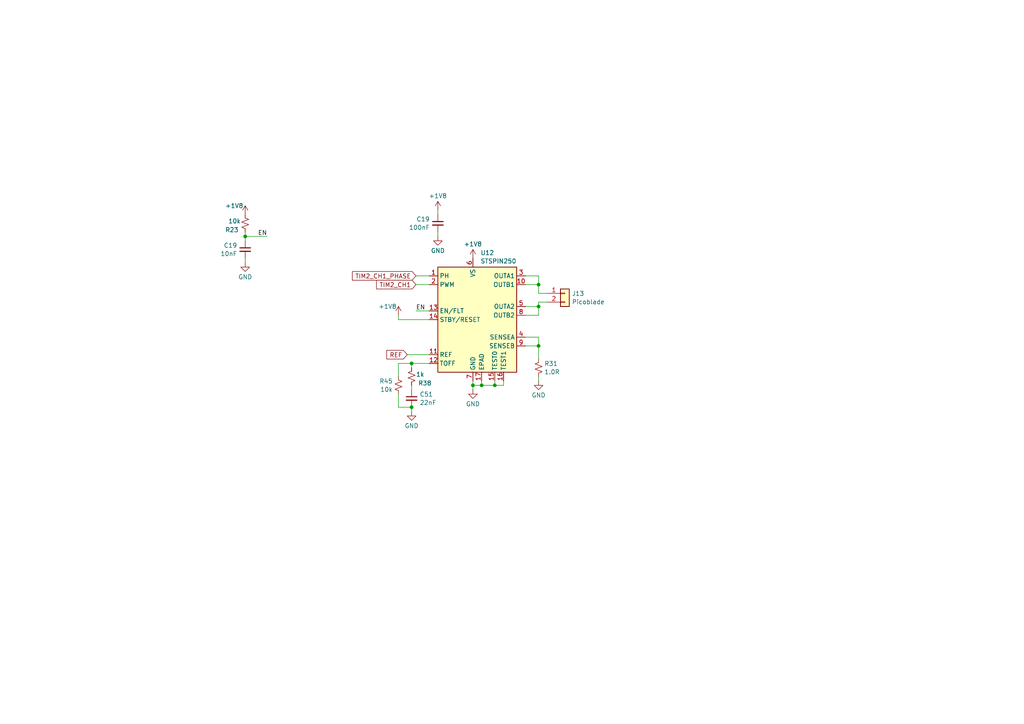
<source format=kicad_sch>
(kicad_sch (version 20230121) (generator eeschema)

  (uuid d3ae3c29-a710-4f7b-94c4-9f99cb159c5b)

  (paper "A4")

  (lib_symbols
    (symbol "Connector_Generic:Conn_01x02" (pin_names (offset 1.016) hide) (in_bom yes) (on_board yes)
      (property "Reference" "J" (at 0 2.54 0)
        (effects (font (size 1.27 1.27)))
      )
      (property "Value" "Conn_01x02" (at 0 -5.08 0)
        (effects (font (size 1.27 1.27)))
      )
      (property "Footprint" "" (at 0 0 0)
        (effects (font (size 1.27 1.27)) hide)
      )
      (property "Datasheet" "~" (at 0 0 0)
        (effects (font (size 1.27 1.27)) hide)
      )
      (property "ki_keywords" "connector" (at 0 0 0)
        (effects (font (size 1.27 1.27)) hide)
      )
      (property "ki_description" "Generic connector, single row, 01x02, script generated (kicad-library-utils/schlib/autogen/connector/)" (at 0 0 0)
        (effects (font (size 1.27 1.27)) hide)
      )
      (property "ki_fp_filters" "Connector*:*_1x??_*" (at 0 0 0)
        (effects (font (size 1.27 1.27)) hide)
      )
      (symbol "Conn_01x02_1_1"
        (rectangle (start -1.27 -2.413) (end 0 -2.667)
          (stroke (width 0.1524) (type default))
          (fill (type none))
        )
        (rectangle (start -1.27 0.127) (end 0 -0.127)
          (stroke (width 0.1524) (type default))
          (fill (type none))
        )
        (rectangle (start -1.27 1.27) (end 1.27 -3.81)
          (stroke (width 0.254) (type default))
          (fill (type background))
        )
        (pin passive line (at -5.08 0 0) (length 3.81)
          (name "Pin_1" (effects (font (size 1.27 1.27))))
          (number "1" (effects (font (size 1.27 1.27))))
        )
        (pin passive line (at -5.08 -2.54 0) (length 3.81)
          (name "Pin_2" (effects (font (size 1.27 1.27))))
          (number "2" (effects (font (size 1.27 1.27))))
        )
      )
    )
    (symbol "Device:C_Small" (pin_numbers hide) (pin_names (offset 0.254) hide) (in_bom yes) (on_board yes)
      (property "Reference" "C" (at 0.254 1.778 0)
        (effects (font (size 1.27 1.27)) (justify left))
      )
      (property "Value" "C_Small" (at 0.254 -2.032 0)
        (effects (font (size 1.27 1.27)) (justify left))
      )
      (property "Footprint" "" (at 0 0 0)
        (effects (font (size 1.27 1.27)) hide)
      )
      (property "Datasheet" "~" (at 0 0 0)
        (effects (font (size 1.27 1.27)) hide)
      )
      (property "ki_keywords" "capacitor cap" (at 0 0 0)
        (effects (font (size 1.27 1.27)) hide)
      )
      (property "ki_description" "Unpolarized capacitor, small symbol" (at 0 0 0)
        (effects (font (size 1.27 1.27)) hide)
      )
      (property "ki_fp_filters" "C_*" (at 0 0 0)
        (effects (font (size 1.27 1.27)) hide)
      )
      (symbol "C_Small_0_1"
        (polyline
          (pts
            (xy -1.524 -0.508)
            (xy 1.524 -0.508)
          )
          (stroke (width 0.3302) (type default))
          (fill (type none))
        )
        (polyline
          (pts
            (xy -1.524 0.508)
            (xy 1.524 0.508)
          )
          (stroke (width 0.3048) (type default))
          (fill (type none))
        )
      )
      (symbol "C_Small_1_1"
        (pin passive line (at 0 2.54 270) (length 2.032)
          (name "~" (effects (font (size 1.27 1.27))))
          (number "1" (effects (font (size 1.27 1.27))))
        )
        (pin passive line (at 0 -2.54 90) (length 2.032)
          (name "~" (effects (font (size 1.27 1.27))))
          (number "2" (effects (font (size 1.27 1.27))))
        )
      )
    )
    (symbol "Device:R_Small_US" (pin_numbers hide) (pin_names (offset 0.254) hide) (in_bom yes) (on_board yes)
      (property "Reference" "R" (at 0.762 0.508 0)
        (effects (font (size 1.27 1.27)) (justify left))
      )
      (property "Value" "R_Small_US" (at 0.762 -1.016 0)
        (effects (font (size 1.27 1.27)) (justify left))
      )
      (property "Footprint" "" (at 0 0 0)
        (effects (font (size 1.27 1.27)) hide)
      )
      (property "Datasheet" "~" (at 0 0 0)
        (effects (font (size 1.27 1.27)) hide)
      )
      (property "ki_keywords" "r resistor" (at 0 0 0)
        (effects (font (size 1.27 1.27)) hide)
      )
      (property "ki_description" "Resistor, small US symbol" (at 0 0 0)
        (effects (font (size 1.27 1.27)) hide)
      )
      (property "ki_fp_filters" "R_*" (at 0 0 0)
        (effects (font (size 1.27 1.27)) hide)
      )
      (symbol "R_Small_US_1_1"
        (polyline
          (pts
            (xy 0 0)
            (xy 1.016 -0.381)
            (xy 0 -0.762)
            (xy -1.016 -1.143)
            (xy 0 -1.524)
          )
          (stroke (width 0) (type default))
          (fill (type none))
        )
        (polyline
          (pts
            (xy 0 1.524)
            (xy 1.016 1.143)
            (xy 0 0.762)
            (xy -1.016 0.381)
            (xy 0 0)
          )
          (stroke (width 0) (type default))
          (fill (type none))
        )
        (pin passive line (at 0 2.54 270) (length 1.016)
          (name "~" (effects (font (size 1.27 1.27))))
          (number "1" (effects (font (size 1.27 1.27))))
        )
        (pin passive line (at 0 -2.54 90) (length 1.016)
          (name "~" (effects (font (size 1.27 1.27))))
          (number "2" (effects (font (size 1.27 1.27))))
        )
      )
    )
    (symbol "components_2:STSPIN250" (in_bom yes) (on_board yes)
      (property "Reference" "U" (at 6.35 21.59 0)
        (effects (font (size 1.27 1.27)))
      )
      (property "Value" "STSPIN250" (at 11.43 19.05 0)
        (effects (font (size 1.27 1.27)))
      )
      (property "Footprint" "" (at 0 24.13 0)
        (effects (font (size 1.27 1.27)) hide)
      )
      (property "Datasheet" "" (at 0 24.13 0)
        (effects (font (size 1.27 1.27)) hide)
      )
      (symbol "STSPIN250_0_1"
        (rectangle (start -10.16 15.24) (end 12.7 -15.24)
          (stroke (width 0.254) (type default))
          (fill (type background))
        )
      )
      (symbol "STSPIN250_1_1"
        (pin input line (at -12.7 12.7 0) (length 2.54)
          (name "PH" (effects (font (size 1.27 1.27))))
          (number "1" (effects (font (size 1.27 1.27))))
        )
        (pin power_out line (at 15.24 10.16 180) (length 2.54)
          (name "OUTB1" (effects (font (size 1.27 1.27))))
          (number "10" (effects (font (size 1.27 1.27))))
        )
        (pin input line (at -12.7 -10.16 0) (length 2.54)
          (name "REF" (effects (font (size 1.27 1.27))))
          (number "11" (effects (font (size 1.27 1.27))))
        )
        (pin input line (at -12.7 -12.7 0) (length 2.54)
          (name "TOFF" (effects (font (size 1.27 1.27))))
          (number "12" (effects (font (size 1.27 1.27))))
        )
        (pin bidirectional line (at -12.7 2.54 0) (length 2.54)
          (name "EN/FLT" (effects (font (size 1.27 1.27))))
          (number "13" (effects (font (size 1.27 1.27))))
        )
        (pin input line (at -12.7 0 0) (length 2.54)
          (name "STBY/RESET" (effects (font (size 1.27 1.27))))
          (number "14" (effects (font (size 1.27 1.27))))
        )
        (pin input line (at 6.35 -17.78 90) (length 2.54)
          (name "TEST0" (effects (font (size 1.27 1.27))))
          (number "15" (effects (font (size 1.27 1.27))))
        )
        (pin input line (at 8.89 -17.78 90) (length 2.54)
          (name "TEST1" (effects (font (size 1.27 1.27))))
          (number "16" (effects (font (size 1.27 1.27))))
        )
        (pin power_in line (at 2.54 -17.78 90) (length 2.54)
          (name "EPAD" (effects (font (size 1.27 1.27))))
          (number "17" (effects (font (size 1.27 1.27))))
        )
        (pin input line (at -12.7 10.16 0) (length 2.54)
          (name "PWM" (effects (font (size 1.27 1.27))))
          (number "2" (effects (font (size 1.27 1.27))))
        )
        (pin power_out line (at 15.24 12.7 180) (length 2.54)
          (name "OUTA1" (effects (font (size 1.27 1.27))))
          (number "3" (effects (font (size 1.27 1.27))))
        )
        (pin power_out line (at 15.24 -5.08 180) (length 2.54)
          (name "SENSEA" (effects (font (size 1.27 1.27))))
          (number "4" (effects (font (size 1.27 1.27))))
        )
        (pin power_out line (at 15.24 3.81 180) (length 2.54)
          (name "OUTA2" (effects (font (size 1.27 1.27))))
          (number "5" (effects (font (size 1.27 1.27))))
        )
        (pin power_in line (at 0 17.78 270) (length 2.54)
          (name "VS" (effects (font (size 1.27 1.27))))
          (number "6" (effects (font (size 1.27 1.27))))
        )
        (pin power_in line (at 0 -17.78 90) (length 2.54)
          (name "GND" (effects (font (size 1.27 1.27))))
          (number "7" (effects (font (size 1.27 1.27))))
        )
        (pin power_out line (at 15.24 1.27 180) (length 2.54)
          (name "OUTB2" (effects (font (size 1.27 1.27))))
          (number "8" (effects (font (size 1.27 1.27))))
        )
        (pin power_out line (at 15.24 -7.62 180) (length 2.54)
          (name "SENSEB" (effects (font (size 1.27 1.27))))
          (number "9" (effects (font (size 1.27 1.27))))
        )
      )
    )
    (symbol "power:+1V8" (power) (pin_names (offset 0)) (in_bom yes) (on_board yes)
      (property "Reference" "#PWR" (at 0 -3.81 0)
        (effects (font (size 1.27 1.27)) hide)
      )
      (property "Value" "+1V8" (at 0 3.556 0)
        (effects (font (size 1.27 1.27)))
      )
      (property "Footprint" "" (at 0 0 0)
        (effects (font (size 1.27 1.27)) hide)
      )
      (property "Datasheet" "" (at 0 0 0)
        (effects (font (size 1.27 1.27)) hide)
      )
      (property "ki_keywords" "global power" (at 0 0 0)
        (effects (font (size 1.27 1.27)) hide)
      )
      (property "ki_description" "Power symbol creates a global label with name \"+1V8\"" (at 0 0 0)
        (effects (font (size 1.27 1.27)) hide)
      )
      (symbol "+1V8_0_1"
        (polyline
          (pts
            (xy -0.762 1.27)
            (xy 0 2.54)
          )
          (stroke (width 0) (type default))
          (fill (type none))
        )
        (polyline
          (pts
            (xy 0 0)
            (xy 0 2.54)
          )
          (stroke (width 0) (type default))
          (fill (type none))
        )
        (polyline
          (pts
            (xy 0 2.54)
            (xy 0.762 1.27)
          )
          (stroke (width 0) (type default))
          (fill (type none))
        )
      )
      (symbol "+1V8_1_1"
        (pin power_in line (at 0 0 90) (length 0) hide
          (name "+1V8" (effects (font (size 1.27 1.27))))
          (number "1" (effects (font (size 1.27 1.27))))
        )
      )
    )
    (symbol "power:GND" (power) (pin_names (offset 0)) (in_bom yes) (on_board yes)
      (property "Reference" "#PWR" (at 0 -6.35 0)
        (effects (font (size 1.27 1.27)) hide)
      )
      (property "Value" "GND" (at 0 -3.81 0)
        (effects (font (size 1.27 1.27)))
      )
      (property "Footprint" "" (at 0 0 0)
        (effects (font (size 1.27 1.27)) hide)
      )
      (property "Datasheet" "" (at 0 0 0)
        (effects (font (size 1.27 1.27)) hide)
      )
      (property "ki_keywords" "global power" (at 0 0 0)
        (effects (font (size 1.27 1.27)) hide)
      )
      (property "ki_description" "Power symbol creates a global label with name \"GND\" , ground" (at 0 0 0)
        (effects (font (size 1.27 1.27)) hide)
      )
      (symbol "GND_0_1"
        (polyline
          (pts
            (xy 0 0)
            (xy 0 -1.27)
            (xy 1.27 -1.27)
            (xy 0 -2.54)
            (xy -1.27 -1.27)
            (xy 0 -1.27)
          )
          (stroke (width 0) (type default))
          (fill (type none))
        )
      )
      (symbol "GND_1_1"
        (pin power_in line (at 0 0 270) (length 0) hide
          (name "GND" (effects (font (size 1.27 1.27))))
          (number "1" (effects (font (size 1.27 1.27))))
        )
      )
    )
  )

  (junction (at 71.12 68.58) (diameter 0) (color 0 0 0 0)
    (uuid 39d32d4b-e60a-4e53-8e2a-ede8e04073dc)
  )
  (junction (at 156.21 88.9) (diameter 0) (color 0 0 0 0)
    (uuid 434cb4db-e008-497a-ac75-29356549856d)
  )
  (junction (at 156.21 82.55) (diameter 0) (color 0 0 0 0)
    (uuid 73c65292-b353-4b6d-8478-edeff7afb8c7)
  )
  (junction (at 119.38 118.11) (diameter 0) (color 0 0 0 0)
    (uuid 94b6b8c9-8047-4795-9a9c-fb7cd95c839f)
  )
  (junction (at 156.21 100.33) (diameter 0) (color 0 0 0 0)
    (uuid a7a6fb4e-42d6-42a7-bbf0-d6c88e0348fa)
  )
  (junction (at 143.51 111.76) (diameter 0) (color 0 0 0 0)
    (uuid b3b1cf1f-3840-4d7e-9047-79997c3d87d6)
  )
  (junction (at 137.16 111.76) (diameter 0) (color 0 0 0 0)
    (uuid cbccabf5-514d-4f33-a5e2-8afd2e5196d0)
  )
  (junction (at 119.38 105.41) (diameter 0) (color 0 0 0 0)
    (uuid e8e8b19e-38ee-46f6-abe7-2eb9415a0c45)
  )
  (junction (at 139.7 111.76) (diameter 0) (color 0 0 0 0)
    (uuid ef668624-f822-4384-8bde-da48dda47b2b)
  )

  (wire (pts (xy 158.75 87.63) (xy 156.21 87.63))
    (stroke (width 0) (type default))
    (uuid 03cd1acd-860c-41b6-a0cf-6e5051d36e0a)
  )
  (wire (pts (xy 119.38 119.38) (xy 119.38 118.11))
    (stroke (width 0) (type default))
    (uuid 0b449ecc-9c82-4820-8698-d2d4d1a6b484)
  )
  (wire (pts (xy 152.4 91.44) (xy 156.21 91.44))
    (stroke (width 0) (type default))
    (uuid 0eadbab4-a729-4a40-b7f8-df60fec4a64f)
  )
  (wire (pts (xy 115.57 92.71) (xy 124.46 92.71))
    (stroke (width 0) (type default))
    (uuid 0f466d35-9b0b-4ceb-b8cd-ea19adb3e898)
  )
  (wire (pts (xy 143.51 111.76) (xy 143.51 110.49))
    (stroke (width 0) (type default))
    (uuid 19da91f9-6a5f-48be-9fcf-aa2467619f8e)
  )
  (wire (pts (xy 156.21 100.33) (xy 156.21 104.14))
    (stroke (width 0) (type default))
    (uuid 1b9f4e11-f494-4182-b389-bc772a267783)
  )
  (wire (pts (xy 115.57 105.41) (xy 119.38 105.41))
    (stroke (width 0) (type default))
    (uuid 20724527-7776-4670-b0cc-9f7d650e952e)
  )
  (wire (pts (xy 156.21 97.79) (xy 156.21 100.33))
    (stroke (width 0) (type default))
    (uuid 23522f3e-82c7-4660-bf36-698bed9ff747)
  )
  (wire (pts (xy 115.57 105.41) (xy 115.57 109.22))
    (stroke (width 0) (type default))
    (uuid 266f7f8c-85f0-4bfc-ac14-3e43d1278dbb)
  )
  (wire (pts (xy 139.7 111.76) (xy 143.51 111.76))
    (stroke (width 0) (type default))
    (uuid 2c7a6d3a-27d4-47e9-a4c8-a2f54c3346dd)
  )
  (wire (pts (xy 115.57 91.44) (xy 115.57 92.71))
    (stroke (width 0) (type default))
    (uuid 2e373b68-696b-43be-8c67-9f63ce48e298)
  )
  (wire (pts (xy 119.38 111.76) (xy 119.38 113.03))
    (stroke (width 0) (type default))
    (uuid 2e7aa4f7-2f59-45c0-9c9e-df1fa5d386ac)
  )
  (wire (pts (xy 71.12 68.58) (xy 71.12 69.85))
    (stroke (width 0) (type default))
    (uuid 371e762c-f661-45ae-b829-38caf5ff10ba)
  )
  (wire (pts (xy 71.12 74.93) (xy 71.12 76.2))
    (stroke (width 0) (type default))
    (uuid 392615ab-f2a2-4af0-a603-f44cbba5b1dc)
  )
  (wire (pts (xy 156.21 88.9) (xy 156.21 91.44))
    (stroke (width 0) (type default))
    (uuid 445ea813-6607-4352-8695-0473fe659a8a)
  )
  (wire (pts (xy 137.16 111.76) (xy 137.16 113.03))
    (stroke (width 0) (type default))
    (uuid 45a19862-9131-4617-be6d-7f257a3c5054)
  )
  (wire (pts (xy 139.7 111.76) (xy 139.7 110.49))
    (stroke (width 0) (type default))
    (uuid 487c0dd1-8201-4f33-b8f2-393144b038f8)
  )
  (wire (pts (xy 146.05 111.76) (xy 146.05 110.49))
    (stroke (width 0) (type default))
    (uuid 4ce01599-ccbc-4594-b42d-d099858787a8)
  )
  (wire (pts (xy 71.12 68.58) (xy 77.47 68.58))
    (stroke (width 0) (type default))
    (uuid 5becaa80-174b-4d40-b68e-f546d53d1f44)
  )
  (wire (pts (xy 137.16 110.49) (xy 137.16 111.76))
    (stroke (width 0) (type default))
    (uuid 603a7429-cd78-4607-ab5d-caf3dfa7385e)
  )
  (wire (pts (xy 156.21 85.09) (xy 158.75 85.09))
    (stroke (width 0) (type default))
    (uuid 6d3e1bae-fd32-4e05-b28b-78396ec183c2)
  )
  (wire (pts (xy 127 67.31) (xy 127 68.58))
    (stroke (width 0) (type default))
    (uuid 78851fe2-9688-4dbc-9a81-e27ce981c1f3)
  )
  (wire (pts (xy 156.21 82.55) (xy 156.21 85.09))
    (stroke (width 0) (type default))
    (uuid 815d45b0-8540-4fa8-8a69-4ab3476e3638)
  )
  (wire (pts (xy 71.12 67.31) (xy 71.12 68.58))
    (stroke (width 0) (type default))
    (uuid 82cb47df-8a9e-473f-98b4-4b429d8491db)
  )
  (wire (pts (xy 152.4 82.55) (xy 156.21 82.55))
    (stroke (width 0) (type default))
    (uuid 911ea3c5-c522-48e4-b8b7-ffe02eb55a93)
  )
  (wire (pts (xy 143.51 111.76) (xy 146.05 111.76))
    (stroke (width 0) (type default))
    (uuid 91d6b792-46f7-47f9-91e4-44f1397bc96d)
  )
  (wire (pts (xy 152.4 97.79) (xy 156.21 97.79))
    (stroke (width 0) (type default))
    (uuid a13d80eb-dd9f-4a70-b224-482e1c96e3df)
  )
  (wire (pts (xy 156.21 88.9) (xy 152.4 88.9))
    (stroke (width 0) (type default))
    (uuid a660deba-e634-41a5-9be9-1acdd54ca362)
  )
  (wire (pts (xy 120.65 82.55) (xy 124.46 82.55))
    (stroke (width 0) (type default))
    (uuid a8ff9b4f-88e0-4b11-aa25-8f1bd0dc166e)
  )
  (wire (pts (xy 118.11 102.87) (xy 124.46 102.87))
    (stroke (width 0) (type default))
    (uuid b032cf23-a8a4-4f0a-8a4a-d9dd7055d08b)
  )
  (wire (pts (xy 152.4 100.33) (xy 156.21 100.33))
    (stroke (width 0) (type default))
    (uuid b7184f51-76fc-4818-af53-3af825e81bd1)
  )
  (wire (pts (xy 115.57 118.11) (xy 119.38 118.11))
    (stroke (width 0) (type default))
    (uuid c318da2f-fddf-4636-993e-5bc7cca1beac)
  )
  (wire (pts (xy 156.21 80.01) (xy 156.21 82.55))
    (stroke (width 0) (type default))
    (uuid df2ba190-63ee-43e9-80ec-603bc7b1877f)
  )
  (wire (pts (xy 137.16 111.76) (xy 139.7 111.76))
    (stroke (width 0) (type default))
    (uuid e3059f48-6eba-4772-a1e5-7160201bb03c)
  )
  (wire (pts (xy 120.65 90.17) (xy 124.46 90.17))
    (stroke (width 0) (type default))
    (uuid e9a31b84-fa76-47dc-b181-4530f0359c14)
  )
  (wire (pts (xy 156.21 109.22) (xy 156.21 110.49))
    (stroke (width 0) (type default))
    (uuid eb020714-22ff-400a-b95c-78631cd48784)
  )
  (wire (pts (xy 120.65 80.01) (xy 124.46 80.01))
    (stroke (width 0) (type default))
    (uuid ef9c4fe2-667d-47da-bd09-b95110e198ba)
  )
  (wire (pts (xy 119.38 105.41) (xy 119.38 106.68))
    (stroke (width 0) (type default))
    (uuid f1eb8655-58c5-4a22-8f79-c4cc1f1bf9d1)
  )
  (wire (pts (xy 127 60.96) (xy 127 62.23))
    (stroke (width 0) (type default))
    (uuid f720122c-4380-418b-9614-9675d2e484e4)
  )
  (wire (pts (xy 115.57 114.3) (xy 115.57 118.11))
    (stroke (width 0) (type default))
    (uuid f7316a7e-2476-4819-8fb7-96fb7a77e1e5)
  )
  (wire (pts (xy 119.38 105.41) (xy 124.46 105.41))
    (stroke (width 0) (type default))
    (uuid f7a28afd-0294-4a52-a35d-87b0cb052b0f)
  )
  (wire (pts (xy 156.21 87.63) (xy 156.21 88.9))
    (stroke (width 0) (type default))
    (uuid fd07932c-b6c9-4dc1-bdde-48111e3bddea)
  )
  (wire (pts (xy 152.4 80.01) (xy 156.21 80.01))
    (stroke (width 0) (type default))
    (uuid fd3999ed-52e0-460b-b2ea-b4287d468792)
  )

  (label "EN" (at 77.47 68.58 180) (fields_autoplaced)
    (effects (font (size 1.27 1.27)) (justify right bottom))
    (uuid 494cfbbd-6ce7-4f40-918e-e99b8004b6fb)
  )
  (label "EN" (at 120.65 90.17 0) (fields_autoplaced)
    (effects (font (size 1.27 1.27)) (justify left bottom))
    (uuid cc3ae181-a2dc-4730-89a8-d239b9afe088)
  )

  (global_label "REF" (shape input) (at 118.11 102.87 180) (fields_autoplaced)
    (effects (font (size 1.27 1.27)) (justify right))
    (uuid 0bbad7b8-1684-46f6-9f21-e94e982048a3)
    (property "Intersheetrefs" "${INTERSHEET_REFS}" (at 111.6172 102.87 0)
      (effects (font (size 1.27 1.27)) (justify right) hide)
    )
  )
  (global_label "TIM2_CH1_PHASE" (shape input) (at 120.65 80.01 180) (fields_autoplaced)
    (effects (font (size 1.27 1.27)) (justify right))
    (uuid 60f87fa1-347d-459c-91c0-6d2075cd94cc)
    (property "Intersheetrefs" "${INTERSHEET_REFS}" (at 101.6387 80.01 0)
      (effects (font (size 1.27 1.27)) (justify right) hide)
    )
  )
  (global_label "TIM2_CH1" (shape input) (at 120.65 82.55 180) (fields_autoplaced)
    (effects (font (size 1.27 1.27)) (justify right))
    (uuid 651719ee-cebb-4d8c-9f2b-52e09ccf587d)
    (property "Intersheetrefs" "${INTERSHEET_REFS}" (at 108.6539 82.55 0)
      (effects (font (size 1.27 1.27)) (justify right) hide)
    )
  )

  (symbol (lib_id "components_2:STSPIN250") (at 137.16 92.71 0) (unit 1)
    (in_bom yes) (on_board yes) (dnp no) (fields_autoplaced)
    (uuid 19eeca92-6ca8-4a31-b672-8fde65669788)
    (property "Reference" "U12" (at 139.3541 73.3257 0)
      (effects (font (size 1.27 1.27)) (justify left))
    )
    (property "Value" "STSPIN250" (at 139.3541 75.7499 0)
      (effects (font (size 1.27 1.27)) (justify left))
    )
    (property "Footprint" "Ultra_librarian:VFQFPN16_STSPIN_STM" (at 137.16 68.58 0)
      (effects (font (size 1.27 1.27)) hide)
    )
    (property "Datasheet" "" (at 137.16 68.58 0)
      (effects (font (size 1.27 1.27)) hide)
    )
    (property "LCSC" "C155561" (at 137.16 92.71 0)
      (effects (font (size 1.27 1.27)) hide)
    )
    (pin "1" (uuid e46c6c14-ad89-41e7-8adc-19629b9363a5))
    (pin "10" (uuid 97811da0-6c20-4a56-8acc-ede948d652a4))
    (pin "11" (uuid 6cd8da83-5e41-42b5-9795-1502d753ce59))
    (pin "12" (uuid 5072d2bc-849c-45b0-86a6-f246efd8c396))
    (pin "13" (uuid 4e2c5edb-598c-4673-981e-bcf1a29386c7))
    (pin "14" (uuid ed236e16-818c-40c0-8947-e853eeccb1af))
    (pin "15" (uuid 027bc0af-25d8-4ee4-b50a-e4daa7fb83c4))
    (pin "16" (uuid 1f78152d-2d05-4851-8d13-4c6d33a2c056))
    (pin "17" (uuid 2a41c778-4014-4d8b-a467-265f45364098))
    (pin "2" (uuid d0ed151e-5bd0-4e9e-9f18-83566a9c2c95))
    (pin "3" (uuid e5cded07-f179-4277-acae-df617063fae1))
    (pin "4" (uuid 7dcbdaa4-9ce3-441b-bc2b-1453d2e23489))
    (pin "5" (uuid 73c7dc44-4717-45ba-9c72-8d83ddba3050))
    (pin "6" (uuid b625d927-c8b1-4d35-b443-f77956de00b2))
    (pin "7" (uuid fac90f5f-7773-4d00-a29d-cf122037bab4))
    (pin "8" (uuid a5d3c886-c924-40c6-89f2-10d7a9adb180))
    (pin "9" (uuid 917c6d82-403f-49be-8bb7-e6186ace1d0d))
    (instances
      (project "KASM_PCB_REV1"
        (path "/bcd76057-59fd-41c5-bb52-9bafb2ef74e0/04e958db-aa3d-41e7-905b-1283accbf3a5"
          (reference "U12") (unit 1)
        )
        (path "/bcd76057-59fd-41c5-bb52-9bafb2ef74e0/04e958db-aa3d-41e7-905b-1283accbf3a5/18dc00ae-3159-4780-b672-12977f79e5ac"
          (reference "U5") (unit 1)
        )
        (path "/bcd76057-59fd-41c5-bb52-9bafb2ef74e0/04e958db-aa3d-41e7-905b-1283accbf3a5/0e4a8bf2-0dd0-4daf-93f5-21aaab6e9079"
          (reference "U12") (unit 1)
        )
        (path "/bcd76057-59fd-41c5-bb52-9bafb2ef74e0/04e958db-aa3d-41e7-905b-1283accbf3a5/fa3e3175-0ec2-4c23-918b-18b69f6d22c9"
          (reference "U7") (unit 1)
        )
        (path "/bcd76057-59fd-41c5-bb52-9bafb2ef74e0/04e958db-aa3d-41e7-905b-1283accbf3a5/5eb57887-e81e-4477-9dd7-7aacc0de0d0b"
          (reference "U34") (unit 1)
        )
        (path "/bcd76057-59fd-41c5-bb52-9bafb2ef74e0/04e958db-aa3d-41e7-905b-1283accbf3a5/e0928f68-e618-4bed-a90d-d4217e4537fe"
          (reference "U35") (unit 1)
        )
        (path "/bcd76057-59fd-41c5-bb52-9bafb2ef74e0/04e958db-aa3d-41e7-905b-1283accbf3a5/ea7abcee-3bcc-4e0d-ba1f-bfc5afeaff56"
          (reference "U37") (unit 1)
        )
        (path "/bcd76057-59fd-41c5-bb52-9bafb2ef74e0/04e958db-aa3d-41e7-905b-1283accbf3a5/d43b2610-0e88-49f5-accf-91021c3a3747"
          (reference "U38") (unit 1)
        )
        (path "/bcd76057-59fd-41c5-bb52-9bafb2ef74e0/04e958db-aa3d-41e7-905b-1283accbf3a5/183aa310-3222-4137-baac-257f5699b820"
          (reference "U39") (unit 1)
        )
        (path "/bcd76057-59fd-41c5-bb52-9bafb2ef74e0/04e958db-aa3d-41e7-905b-1283accbf3a5/517c7ed0-094c-4bf8-893e-b74da427973a"
          (reference "U40") (unit 1)
        )
        (path "/bcd76057-59fd-41c5-bb52-9bafb2ef74e0/04e958db-aa3d-41e7-905b-1283accbf3a5/31bee4a8-b94d-44ab-a7b7-0e5ab7943934"
          (reference "U41") (unit 1)
        )
        (path "/bcd76057-59fd-41c5-bb52-9bafb2ef74e0/04e958db-aa3d-41e7-905b-1283accbf3a5/3c7f0f67-84e4-46e0-ae69-a3c8008fc518"
          (reference "U42") (unit 1)
        )
        (path "/bcd76057-59fd-41c5-bb52-9bafb2ef74e0/04e958db-aa3d-41e7-905b-1283accbf3a5/09624144-9abc-4214-b8b3-19be92fa01bb"
          (reference "U43") (unit 1)
        )
        (path "/bcd76057-59fd-41c5-bb52-9bafb2ef74e0/04e958db-aa3d-41e7-905b-1283accbf3a5/debcf873-ffd9-4218-a838-354e10f40114"
          (reference "U44") (unit 1)
        )
        (path "/bcd76057-59fd-41c5-bb52-9bafb2ef74e0/04e958db-aa3d-41e7-905b-1283accbf3a5/f3d20732-cdac-44e3-a331-3cd31b97ff57"
          (reference "U45") (unit 1)
        )
        (path "/bcd76057-59fd-41c5-bb52-9bafb2ef74e0/04e958db-aa3d-41e7-905b-1283accbf3a5/d282b751-7721-4014-b2b7-469980c2fd3d"
          (reference "U46") (unit 1)
        )
        (path "/bcd76057-59fd-41c5-bb52-9bafb2ef74e0/04e958db-aa3d-41e7-905b-1283accbf3a5/2f342150-1aa1-4808-811e-c8652a7360ed"
          (reference "U47") (unit 1)
        )
        (path "/bcd76057-59fd-41c5-bb52-9bafb2ef74e0/04e958db-aa3d-41e7-905b-1283accbf3a5/880b3b36-85e8-4c3c-aa09-491ac2842d9f"
          (reference "U48") (unit 1)
        )
        (path "/bcd76057-59fd-41c5-bb52-9bafb2ef74e0/04e958db-aa3d-41e7-905b-1283accbf3a5/a00a6dc6-5da7-4e1f-b4ec-6af8efc204f4"
          (reference "U49") (unit 1)
        )
        (path "/bcd76057-59fd-41c5-bb52-9bafb2ef74e0/04e958db-aa3d-41e7-905b-1283accbf3a5/fb97f32a-344e-42d0-80a3-2f30f649c95b"
          (reference "U50") (unit 1)
        )
        (path "/bcd76057-59fd-41c5-bb52-9bafb2ef74e0/04e958db-aa3d-41e7-905b-1283accbf3a5/758d2951-640e-4c88-be12-1a100eb086a5"
          (reference "U51") (unit 1)
        )
        (path "/bcd76057-59fd-41c5-bb52-9bafb2ef74e0/04e958db-aa3d-41e7-905b-1283accbf3a5/1e6d7f69-4122-453e-9254-d2339f5150d7"
          (reference "U52") (unit 1)
        )
        (path "/bcd76057-59fd-41c5-bb52-9bafb2ef74e0/04e958db-aa3d-41e7-905b-1283accbf3a5/cc8e9e82-b38f-4c96-81d0-3ca8ac77f771"
          (reference "U53") (unit 1)
        )
        (path "/bcd76057-59fd-41c5-bb52-9bafb2ef74e0/04e958db-aa3d-41e7-905b-1283accbf3a5/b1894ed9-6a63-4439-a2e8-1827c3e49ee7"
          (reference "U54") (unit 1)
        )
        (path "/bcd76057-59fd-41c5-bb52-9bafb2ef74e0/04e958db-aa3d-41e7-905b-1283accbf3a5/a49d49c7-da1f-4137-a620-bdc9f58595d1"
          (reference "U55") (unit 1)
        )
        (path "/bcd76057-59fd-41c5-bb52-9bafb2ef74e0/04e958db-aa3d-41e7-905b-1283accbf3a5/80cd4e08-0efe-488f-8e92-54beb1b4d1f2"
          (reference "U56") (unit 1)
        )
        (path "/bcd76057-59fd-41c5-bb52-9bafb2ef74e0/04e958db-aa3d-41e7-905b-1283accbf3a5/317da025-5f62-4c93-8d06-7954e608af1c"
          (reference "U57") (unit 1)
        )
        (path "/bcd76057-59fd-41c5-bb52-9bafb2ef74e0/04e958db-aa3d-41e7-905b-1283accbf3a5/035548b8-a31f-4ce4-88ad-eb25e49c8086"
          (reference "U36") (unit 1)
        )
      )
    )
  )

  (symbol (lib_id "power:GND") (at 119.38 119.38 0) (unit 1)
    (in_bom yes) (on_board yes) (dnp no)
    (uuid 1b560aea-f1d1-4242-9055-9226e0b1f112)
    (property "Reference" "#PWR0113" (at 119.38 125.73 0)
      (effects (font (size 1.27 1.27)) hide)
    )
    (property "Value" "GND" (at 119.38 123.5131 0)
      (effects (font (size 1.27 1.27)))
    )
    (property "Footprint" "" (at 119.38 119.38 0)
      (effects (font (size 1.27 1.27)) hide)
    )
    (property "Datasheet" "" (at 119.38 119.38 0)
      (effects (font (size 1.27 1.27)) hide)
    )
    (pin "1" (uuid 4637a27a-c5c6-4311-b6dc-3fecae4bd51a))
    (instances
      (project "KASM_PCB_REV1"
        (path "/bcd76057-59fd-41c5-bb52-9bafb2ef74e0/04e958db-aa3d-41e7-905b-1283accbf3a5"
          (reference "#PWR0113") (unit 1)
        )
        (path "/bcd76057-59fd-41c5-bb52-9bafb2ef74e0/04e958db-aa3d-41e7-905b-1283accbf3a5/18dc00ae-3159-4780-b672-12977f79e5ac"
          (reference "#PWR0106") (unit 1)
        )
        (path "/bcd76057-59fd-41c5-bb52-9bafb2ef74e0/04e958db-aa3d-41e7-905b-1283accbf3a5/0e4a8bf2-0dd0-4daf-93f5-21aaab6e9079"
          (reference "#PWR0262") (unit 1)
        )
        (path "/bcd76057-59fd-41c5-bb52-9bafb2ef74e0/04e958db-aa3d-41e7-905b-1283accbf3a5/fa3e3175-0ec2-4c23-918b-18b69f6d22c9"
          (reference "#PWR0108") (unit 1)
        )
        (path "/bcd76057-59fd-41c5-bb52-9bafb2ef74e0/04e958db-aa3d-41e7-905b-1283accbf3a5/5eb57887-e81e-4477-9dd7-7aacc0de0d0b"
          (reference "#PWR0269") (unit 1)
        )
        (path "/bcd76057-59fd-41c5-bb52-9bafb2ef74e0/04e958db-aa3d-41e7-905b-1283accbf3a5/e0928f68-e618-4bed-a90d-d4217e4537fe"
          (reference "#PWR0276") (unit 1)
        )
        (path "/bcd76057-59fd-41c5-bb52-9bafb2ef74e0/04e958db-aa3d-41e7-905b-1283accbf3a5/ea7abcee-3bcc-4e0d-ba1f-bfc5afeaff56"
          (reference "#PWR0290") (unit 1)
        )
        (path "/bcd76057-59fd-41c5-bb52-9bafb2ef74e0/04e958db-aa3d-41e7-905b-1283accbf3a5/d43b2610-0e88-49f5-accf-91021c3a3747"
          (reference "#PWR0297") (unit 1)
        )
        (path "/bcd76057-59fd-41c5-bb52-9bafb2ef74e0/04e958db-aa3d-41e7-905b-1283accbf3a5/183aa310-3222-4137-baac-257f5699b820"
          (reference "#PWR0304") (unit 1)
        )
        (path "/bcd76057-59fd-41c5-bb52-9bafb2ef74e0/04e958db-aa3d-41e7-905b-1283accbf3a5/517c7ed0-094c-4bf8-893e-b74da427973a"
          (reference "#PWR0311") (unit 1)
        )
        (path "/bcd76057-59fd-41c5-bb52-9bafb2ef74e0/04e958db-aa3d-41e7-905b-1283accbf3a5/31bee4a8-b94d-44ab-a7b7-0e5ab7943934"
          (reference "#PWR0318") (unit 1)
        )
        (path "/bcd76057-59fd-41c5-bb52-9bafb2ef74e0/04e958db-aa3d-41e7-905b-1283accbf3a5/3c7f0f67-84e4-46e0-ae69-a3c8008fc518"
          (reference "#PWR0325") (unit 1)
        )
        (path "/bcd76057-59fd-41c5-bb52-9bafb2ef74e0/04e958db-aa3d-41e7-905b-1283accbf3a5/09624144-9abc-4214-b8b3-19be92fa01bb"
          (reference "#PWR0332") (unit 1)
        )
        (path "/bcd76057-59fd-41c5-bb52-9bafb2ef74e0/04e958db-aa3d-41e7-905b-1283accbf3a5/debcf873-ffd9-4218-a838-354e10f40114"
          (reference "#PWR0339") (unit 1)
        )
        (path "/bcd76057-59fd-41c5-bb52-9bafb2ef74e0/04e958db-aa3d-41e7-905b-1283accbf3a5/f3d20732-cdac-44e3-a331-3cd31b97ff57"
          (reference "#PWR0346") (unit 1)
        )
        (path "/bcd76057-59fd-41c5-bb52-9bafb2ef74e0/04e958db-aa3d-41e7-905b-1283accbf3a5/d282b751-7721-4014-b2b7-469980c2fd3d"
          (reference "#PWR0353") (unit 1)
        )
        (path "/bcd76057-59fd-41c5-bb52-9bafb2ef74e0/04e958db-aa3d-41e7-905b-1283accbf3a5/2f342150-1aa1-4808-811e-c8652a7360ed"
          (reference "#PWR0360") (unit 1)
        )
        (path "/bcd76057-59fd-41c5-bb52-9bafb2ef74e0/04e958db-aa3d-41e7-905b-1283accbf3a5/880b3b36-85e8-4c3c-aa09-491ac2842d9f"
          (reference "#PWR0367") (unit 1)
        )
        (path "/bcd76057-59fd-41c5-bb52-9bafb2ef74e0/04e958db-aa3d-41e7-905b-1283accbf3a5/a00a6dc6-5da7-4e1f-b4ec-6af8efc204f4"
          (reference "#PWR0374") (unit 1)
        )
        (path "/bcd76057-59fd-41c5-bb52-9bafb2ef74e0/04e958db-aa3d-41e7-905b-1283accbf3a5/fb97f32a-344e-42d0-80a3-2f30f649c95b"
          (reference "#PWR0381") (unit 1)
        )
        (path "/bcd76057-59fd-41c5-bb52-9bafb2ef74e0/04e958db-aa3d-41e7-905b-1283accbf3a5/758d2951-640e-4c88-be12-1a100eb086a5"
          (reference "#PWR0388") (unit 1)
        )
        (path "/bcd76057-59fd-41c5-bb52-9bafb2ef74e0/04e958db-aa3d-41e7-905b-1283accbf3a5/1e6d7f69-4122-453e-9254-d2339f5150d7"
          (reference "#PWR0395") (unit 1)
        )
        (path "/bcd76057-59fd-41c5-bb52-9bafb2ef74e0/04e958db-aa3d-41e7-905b-1283accbf3a5/cc8e9e82-b38f-4c96-81d0-3ca8ac77f771"
          (reference "#PWR0402") (unit 1)
        )
        (path "/bcd76057-59fd-41c5-bb52-9bafb2ef74e0/04e958db-aa3d-41e7-905b-1283accbf3a5/b1894ed9-6a63-4439-a2e8-1827c3e49ee7"
          (reference "#PWR0409") (unit 1)
        )
        (path "/bcd76057-59fd-41c5-bb52-9bafb2ef74e0/04e958db-aa3d-41e7-905b-1283accbf3a5/a49d49c7-da1f-4137-a620-bdc9f58595d1"
          (reference "#PWR0416") (unit 1)
        )
        (path "/bcd76057-59fd-41c5-bb52-9bafb2ef74e0/04e958db-aa3d-41e7-905b-1283accbf3a5/80cd4e08-0efe-488f-8e92-54beb1b4d1f2"
          (reference "#PWR0423") (unit 1)
        )
        (path "/bcd76057-59fd-41c5-bb52-9bafb2ef74e0/04e958db-aa3d-41e7-905b-1283accbf3a5/317da025-5f62-4c93-8d06-7954e608af1c"
          (reference "#PWR0430") (unit 1)
        )
        (path "/bcd76057-59fd-41c5-bb52-9bafb2ef74e0/04e958db-aa3d-41e7-905b-1283accbf3a5/035548b8-a31f-4ce4-88ad-eb25e49c8086"
          (reference "#PWR0283") (unit 1)
        )
      )
    )
  )

  (symbol (lib_id "Device:R_Small_US") (at 115.57 111.76 0) (unit 1)
    (in_bom yes) (on_board yes) (dnp no)
    (uuid 1c0f638b-f20f-4b2e-b1b4-83a656ba64a2)
    (property "Reference" "R45" (at 113.919 110.5479 0)
      (effects (font (size 1.27 1.27)) (justify right))
    )
    (property "Value" "10k" (at 113.919 112.9721 0)
      (effects (font (size 1.27 1.27)) (justify right))
    )
    (property "Footprint" "Resistor_SMD:R_0402_1005Metric" (at 115.57 111.76 0)
      (effects (font (size 1.27 1.27)) hide)
    )
    (property "Datasheet" "~" (at 115.57 111.76 0)
      (effects (font (size 1.27 1.27)) hide)
    )
    (property "LCSC" "C25744" (at 115.57 111.76 0)
      (effects (font (size 1.27 1.27)) hide)
    )
    (pin "1" (uuid 32b177db-daf9-4a6b-9c8f-4c4a6aa2c23e))
    (pin "2" (uuid 07fe93d4-1469-4ba6-a4b1-0eeff5425a0e))
    (instances
      (project "KASM_PCB_REV1"
        (path "/bcd76057-59fd-41c5-bb52-9bafb2ef74e0/04e958db-aa3d-41e7-905b-1283accbf3a5"
          (reference "R45") (unit 1)
        )
        (path "/bcd76057-59fd-41c5-bb52-9bafb2ef74e0/04e958db-aa3d-41e7-905b-1283accbf3a5/18dc00ae-3159-4780-b672-12977f79e5ac"
          (reference "R45") (unit 1)
        )
        (path "/bcd76057-59fd-41c5-bb52-9bafb2ef74e0/04e958db-aa3d-41e7-905b-1283accbf3a5/0e4a8bf2-0dd0-4daf-93f5-21aaab6e9079"
          (reference "R110") (unit 1)
        )
        (path "/bcd76057-59fd-41c5-bb52-9bafb2ef74e0/04e958db-aa3d-41e7-905b-1283accbf3a5/fa3e3175-0ec2-4c23-918b-18b69f6d22c9"
          (reference "R40") (unit 1)
        )
        (path "/bcd76057-59fd-41c5-bb52-9bafb2ef74e0/04e958db-aa3d-41e7-905b-1283accbf3a5/5eb57887-e81e-4477-9dd7-7aacc0de0d0b"
          (reference "R113") (unit 1)
        )
        (path "/bcd76057-59fd-41c5-bb52-9bafb2ef74e0/04e958db-aa3d-41e7-905b-1283accbf3a5/e0928f68-e618-4bed-a90d-d4217e4537fe"
          (reference "R116") (unit 1)
        )
        (path "/bcd76057-59fd-41c5-bb52-9bafb2ef74e0/04e958db-aa3d-41e7-905b-1283accbf3a5/ea7abcee-3bcc-4e0d-ba1f-bfc5afeaff56"
          (reference "R122") (unit 1)
        )
        (path "/bcd76057-59fd-41c5-bb52-9bafb2ef74e0/04e958db-aa3d-41e7-905b-1283accbf3a5/d43b2610-0e88-49f5-accf-91021c3a3747"
          (reference "R125") (unit 1)
        )
        (path "/bcd76057-59fd-41c5-bb52-9bafb2ef74e0/04e958db-aa3d-41e7-905b-1283accbf3a5/183aa310-3222-4137-baac-257f5699b820"
          (reference "R128") (unit 1)
        )
        (path "/bcd76057-59fd-41c5-bb52-9bafb2ef74e0/04e958db-aa3d-41e7-905b-1283accbf3a5/517c7ed0-094c-4bf8-893e-b74da427973a"
          (reference "R131") (unit 1)
        )
        (path "/bcd76057-59fd-41c5-bb52-9bafb2ef74e0/04e958db-aa3d-41e7-905b-1283accbf3a5/31bee4a8-b94d-44ab-a7b7-0e5ab7943934"
          (reference "R134") (unit 1)
        )
        (path "/bcd76057-59fd-41c5-bb52-9bafb2ef74e0/04e958db-aa3d-41e7-905b-1283accbf3a5/3c7f0f67-84e4-46e0-ae69-a3c8008fc518"
          (reference "R137") (unit 1)
        )
        (path "/bcd76057-59fd-41c5-bb52-9bafb2ef74e0/04e958db-aa3d-41e7-905b-1283accbf3a5/09624144-9abc-4214-b8b3-19be92fa01bb"
          (reference "R140") (unit 1)
        )
        (path "/bcd76057-59fd-41c5-bb52-9bafb2ef74e0/04e958db-aa3d-41e7-905b-1283accbf3a5/debcf873-ffd9-4218-a838-354e10f40114"
          (reference "R143") (unit 1)
        )
        (path "/bcd76057-59fd-41c5-bb52-9bafb2ef74e0/04e958db-aa3d-41e7-905b-1283accbf3a5/f3d20732-cdac-44e3-a331-3cd31b97ff57"
          (reference "R146") (unit 1)
        )
        (path "/bcd76057-59fd-41c5-bb52-9bafb2ef74e0/04e958db-aa3d-41e7-905b-1283accbf3a5/d282b751-7721-4014-b2b7-469980c2fd3d"
          (reference "R149") (unit 1)
        )
        (path "/bcd76057-59fd-41c5-bb52-9bafb2ef74e0/04e958db-aa3d-41e7-905b-1283accbf3a5/2f342150-1aa1-4808-811e-c8652a7360ed"
          (reference "R152") (unit 1)
        )
        (path "/bcd76057-59fd-41c5-bb52-9bafb2ef74e0/04e958db-aa3d-41e7-905b-1283accbf3a5/880b3b36-85e8-4c3c-aa09-491ac2842d9f"
          (reference "R155") (unit 1)
        )
        (path "/bcd76057-59fd-41c5-bb52-9bafb2ef74e0/04e958db-aa3d-41e7-905b-1283accbf3a5/a00a6dc6-5da7-4e1f-b4ec-6af8efc204f4"
          (reference "R158") (unit 1)
        )
        (path "/bcd76057-59fd-41c5-bb52-9bafb2ef74e0/04e958db-aa3d-41e7-905b-1283accbf3a5/fb97f32a-344e-42d0-80a3-2f30f649c95b"
          (reference "R161") (unit 1)
        )
        (path "/bcd76057-59fd-41c5-bb52-9bafb2ef74e0/04e958db-aa3d-41e7-905b-1283accbf3a5/758d2951-640e-4c88-be12-1a100eb086a5"
          (reference "R164") (unit 1)
        )
        (path "/bcd76057-59fd-41c5-bb52-9bafb2ef74e0/04e958db-aa3d-41e7-905b-1283accbf3a5/1e6d7f69-4122-453e-9254-d2339f5150d7"
          (reference "R167") (unit 1)
        )
        (path "/bcd76057-59fd-41c5-bb52-9bafb2ef74e0/04e958db-aa3d-41e7-905b-1283accbf3a5/cc8e9e82-b38f-4c96-81d0-3ca8ac77f771"
          (reference "R170") (unit 1)
        )
        (path "/bcd76057-59fd-41c5-bb52-9bafb2ef74e0/04e958db-aa3d-41e7-905b-1283accbf3a5/b1894ed9-6a63-4439-a2e8-1827c3e49ee7"
          (reference "R173") (unit 1)
        )
        (path "/bcd76057-59fd-41c5-bb52-9bafb2ef74e0/04e958db-aa3d-41e7-905b-1283accbf3a5/a49d49c7-da1f-4137-a620-bdc9f58595d1"
          (reference "R176") (unit 1)
        )
        (path "/bcd76057-59fd-41c5-bb52-9bafb2ef74e0/04e958db-aa3d-41e7-905b-1283accbf3a5/80cd4e08-0efe-488f-8e92-54beb1b4d1f2"
          (reference "R179") (unit 1)
        )
        (path "/bcd76057-59fd-41c5-bb52-9bafb2ef74e0/04e958db-aa3d-41e7-905b-1283accbf3a5/317da025-5f62-4c93-8d06-7954e608af1c"
          (reference "R182") (unit 1)
        )
        (path "/bcd76057-59fd-41c5-bb52-9bafb2ef74e0/04e958db-aa3d-41e7-905b-1283accbf3a5/035548b8-a31f-4ce4-88ad-eb25e49c8086"
          (reference "R119") (unit 1)
        )
      )
    )
  )

  (symbol (lib_id "Device:C_Small") (at 119.38 115.57 0) (unit 1)
    (in_bom yes) (on_board yes) (dnp no)
    (uuid 2782306e-b156-4b63-ae9d-a4809019075d)
    (property "Reference" "C51" (at 121.7041 114.3642 0)
      (effects (font (size 1.27 1.27)) (justify left))
    )
    (property "Value" "22nF" (at 121.7041 116.7884 0)
      (effects (font (size 1.27 1.27)) (justify left))
    )
    (property "Footprint" "Capacitor_SMD:C_0402_1005Metric" (at 119.38 115.57 0)
      (effects (font (size 1.27 1.27)) hide)
    )
    (property "Datasheet" "~" (at 119.38 115.57 0)
      (effects (font (size 1.27 1.27)) hide)
    )
    (property "LCSC" "C1532" (at 119.38 115.57 0)
      (effects (font (size 1.27 1.27)) hide)
    )
    (pin "1" (uuid 45cc038a-6790-4cfb-91c4-5c23167940f5))
    (pin "2" (uuid d4512f2d-7735-4fc1-a4ef-1aaab42564c2))
    (instances
      (project "KASM_PCB_REV1"
        (path "/bcd76057-59fd-41c5-bb52-9bafb2ef74e0/04e958db-aa3d-41e7-905b-1283accbf3a5"
          (reference "C51") (unit 1)
        )
        (path "/bcd76057-59fd-41c5-bb52-9bafb2ef74e0/04e958db-aa3d-41e7-905b-1283accbf3a5/18dc00ae-3159-4780-b672-12977f79e5ac"
          (reference "C51") (unit 1)
        )
        (path "/bcd76057-59fd-41c5-bb52-9bafb2ef74e0/04e958db-aa3d-41e7-905b-1283accbf3a5/0e4a8bf2-0dd0-4daf-93f5-21aaab6e9079"
          (reference "C95") (unit 1)
        )
        (path "/bcd76057-59fd-41c5-bb52-9bafb2ef74e0/04e958db-aa3d-41e7-905b-1283accbf3a5/fa3e3175-0ec2-4c23-918b-18b69f6d22c9"
          (reference "C46") (unit 1)
        )
        (path "/bcd76057-59fd-41c5-bb52-9bafb2ef74e0/04e958db-aa3d-41e7-905b-1283accbf3a5/5eb57887-e81e-4477-9dd7-7aacc0de0d0b"
          (reference "C97") (unit 1)
        )
        (path "/bcd76057-59fd-41c5-bb52-9bafb2ef74e0/04e958db-aa3d-41e7-905b-1283accbf3a5/e0928f68-e618-4bed-a90d-d4217e4537fe"
          (reference "C99") (unit 1)
        )
        (path "/bcd76057-59fd-41c5-bb52-9bafb2ef74e0/04e958db-aa3d-41e7-905b-1283accbf3a5/ea7abcee-3bcc-4e0d-ba1f-bfc5afeaff56"
          (reference "C103") (unit 1)
        )
        (path "/bcd76057-59fd-41c5-bb52-9bafb2ef74e0/04e958db-aa3d-41e7-905b-1283accbf3a5/d43b2610-0e88-49f5-accf-91021c3a3747"
          (reference "C105") (unit 1)
        )
        (path "/bcd76057-59fd-41c5-bb52-9bafb2ef74e0/04e958db-aa3d-41e7-905b-1283accbf3a5/183aa310-3222-4137-baac-257f5699b820"
          (reference "C107") (unit 1)
        )
        (path "/bcd76057-59fd-41c5-bb52-9bafb2ef74e0/04e958db-aa3d-41e7-905b-1283accbf3a5/517c7ed0-094c-4bf8-893e-b74da427973a"
          (reference "C109") (unit 1)
        )
        (path "/bcd76057-59fd-41c5-bb52-9bafb2ef74e0/04e958db-aa3d-41e7-905b-1283accbf3a5/31bee4a8-b94d-44ab-a7b7-0e5ab7943934"
          (reference "C111") (unit 1)
        )
        (path "/bcd76057-59fd-41c5-bb52-9bafb2ef74e0/04e958db-aa3d-41e7-905b-1283accbf3a5/3c7f0f67-84e4-46e0-ae69-a3c8008fc518"
          (reference "C113") (unit 1)
        )
        (path "/bcd76057-59fd-41c5-bb52-9bafb2ef74e0/04e958db-aa3d-41e7-905b-1283accbf3a5/09624144-9abc-4214-b8b3-19be92fa01bb"
          (reference "C115") (unit 1)
        )
        (path "/bcd76057-59fd-41c5-bb52-9bafb2ef74e0/04e958db-aa3d-41e7-905b-1283accbf3a5/debcf873-ffd9-4218-a838-354e10f40114"
          (reference "C117") (unit 1)
        )
        (path "/bcd76057-59fd-41c5-bb52-9bafb2ef74e0/04e958db-aa3d-41e7-905b-1283accbf3a5/f3d20732-cdac-44e3-a331-3cd31b97ff57"
          (reference "C119") (unit 1)
        )
        (path "/bcd76057-59fd-41c5-bb52-9bafb2ef74e0/04e958db-aa3d-41e7-905b-1283accbf3a5/d282b751-7721-4014-b2b7-469980c2fd3d"
          (reference "C121") (unit 1)
        )
        (path "/bcd76057-59fd-41c5-bb52-9bafb2ef74e0/04e958db-aa3d-41e7-905b-1283accbf3a5/2f342150-1aa1-4808-811e-c8652a7360ed"
          (reference "C123") (unit 1)
        )
        (path "/bcd76057-59fd-41c5-bb52-9bafb2ef74e0/04e958db-aa3d-41e7-905b-1283accbf3a5/880b3b36-85e8-4c3c-aa09-491ac2842d9f"
          (reference "C125") (unit 1)
        )
        (path "/bcd76057-59fd-41c5-bb52-9bafb2ef74e0/04e958db-aa3d-41e7-905b-1283accbf3a5/a00a6dc6-5da7-4e1f-b4ec-6af8efc204f4"
          (reference "C127") (unit 1)
        )
        (path "/bcd76057-59fd-41c5-bb52-9bafb2ef74e0/04e958db-aa3d-41e7-905b-1283accbf3a5/fb97f32a-344e-42d0-80a3-2f30f649c95b"
          (reference "C129") (unit 1)
        )
        (path "/bcd76057-59fd-41c5-bb52-9bafb2ef74e0/04e958db-aa3d-41e7-905b-1283accbf3a5/758d2951-640e-4c88-be12-1a100eb086a5"
          (reference "C131") (unit 1)
        )
        (path "/bcd76057-59fd-41c5-bb52-9bafb2ef74e0/04e958db-aa3d-41e7-905b-1283accbf3a5/1e6d7f69-4122-453e-9254-d2339f5150d7"
          (reference "C133") (unit 1)
        )
        (path "/bcd76057-59fd-41c5-bb52-9bafb2ef74e0/04e958db-aa3d-41e7-905b-1283accbf3a5/cc8e9e82-b38f-4c96-81d0-3ca8ac77f771"
          (reference "C135") (unit 1)
        )
        (path "/bcd76057-59fd-41c5-bb52-9bafb2ef74e0/04e958db-aa3d-41e7-905b-1283accbf3a5/b1894ed9-6a63-4439-a2e8-1827c3e49ee7"
          (reference "C137") (unit 1)
        )
        (path "/bcd76057-59fd-41c5-bb52-9bafb2ef74e0/04e958db-aa3d-41e7-905b-1283accbf3a5/a49d49c7-da1f-4137-a620-bdc9f58595d1"
          (reference "C139") (unit 1)
        )
        (path "/bcd76057-59fd-41c5-bb52-9bafb2ef74e0/04e958db-aa3d-41e7-905b-1283accbf3a5/80cd4e08-0efe-488f-8e92-54beb1b4d1f2"
          (reference "C141") (unit 1)
        )
        (path "/bcd76057-59fd-41c5-bb52-9bafb2ef74e0/04e958db-aa3d-41e7-905b-1283accbf3a5/317da025-5f62-4c93-8d06-7954e608af1c"
          (reference "C143") (unit 1)
        )
        (path "/bcd76057-59fd-41c5-bb52-9bafb2ef74e0/04e958db-aa3d-41e7-905b-1283accbf3a5/035548b8-a31f-4ce4-88ad-eb25e49c8086"
          (reference "C101") (unit 1)
        )
      )
    )
  )

  (symbol (lib_id "Device:C_Small") (at 127 64.77 0) (mirror y) (unit 1)
    (in_bom yes) (on_board yes) (dnp no)
    (uuid 30662a80-f7ba-4153-8c23-39ace1e524b8)
    (property "Reference" "C19" (at 124.6759 63.5642 0)
      (effects (font (size 1.27 1.27)) (justify left))
    )
    (property "Value" "100nF" (at 124.6759 65.9884 0)
      (effects (font (size 1.27 1.27)) (justify left))
    )
    (property "Footprint" "Capacitor_SMD:C_0402_1005Metric" (at 127 64.77 0)
      (effects (font (size 1.27 1.27)) hide)
    )
    (property "Datasheet" "~" (at 127 64.77 0)
      (effects (font (size 1.27 1.27)) hide)
    )
    (property "LCSC" "C1525" (at 127 64.77 0)
      (effects (font (size 1.27 1.27)) hide)
    )
    (pin "1" (uuid 895c655b-c28c-4357-b4cb-52024c7cdb04))
    (pin "2" (uuid 517a1446-2faa-475e-a498-cdaac64064c7))
    (instances
      (project "KASM_PCB_REV1"
        (path "/bcd76057-59fd-41c5-bb52-9bafb2ef74e0/9f28d78d-ca42-4041-9be6-b996c46b4a0a"
          (reference "C19") (unit 1)
        )
        (path "/bcd76057-59fd-41c5-bb52-9bafb2ef74e0/da6e1dd6-6549-4588-8765-3ff657cbe17b"
          (reference "C1") (unit 1)
        )
        (path "/bcd76057-59fd-41c5-bb52-9bafb2ef74e0/04e958db-aa3d-41e7-905b-1283accbf3a5"
          (reference "C40") (unit 1)
        )
        (path "/bcd76057-59fd-41c5-bb52-9bafb2ef74e0/04e958db-aa3d-41e7-905b-1283accbf3a5/18dc00ae-3159-4780-b672-12977f79e5ac"
          (reference "C40") (unit 1)
        )
        (path "/bcd76057-59fd-41c5-bb52-9bafb2ef74e0/04e958db-aa3d-41e7-905b-1283accbf3a5/0e4a8bf2-0dd0-4daf-93f5-21aaab6e9079"
          (reference "C94") (unit 1)
        )
        (path "/bcd76057-59fd-41c5-bb52-9bafb2ef74e0/04e958db-aa3d-41e7-905b-1283accbf3a5/fa3e3175-0ec2-4c23-918b-18b69f6d22c9"
          (reference "C42") (unit 1)
        )
        (path "/bcd76057-59fd-41c5-bb52-9bafb2ef74e0/04e958db-aa3d-41e7-905b-1283accbf3a5/5eb57887-e81e-4477-9dd7-7aacc0de0d0b"
          (reference "C96") (unit 1)
        )
        (path "/bcd76057-59fd-41c5-bb52-9bafb2ef74e0/04e958db-aa3d-41e7-905b-1283accbf3a5/e0928f68-e618-4bed-a90d-d4217e4537fe"
          (reference "C98") (unit 1)
        )
        (path "/bcd76057-59fd-41c5-bb52-9bafb2ef74e0/04e958db-aa3d-41e7-905b-1283accbf3a5/ea7abcee-3bcc-4e0d-ba1f-bfc5afeaff56"
          (reference "C102") (unit 1)
        )
        (path "/bcd76057-59fd-41c5-bb52-9bafb2ef74e0/04e958db-aa3d-41e7-905b-1283accbf3a5/d43b2610-0e88-49f5-accf-91021c3a3747"
          (reference "C104") (unit 1)
        )
        (path "/bcd76057-59fd-41c5-bb52-9bafb2ef74e0/04e958db-aa3d-41e7-905b-1283accbf3a5/183aa310-3222-4137-baac-257f5699b820"
          (reference "C106") (unit 1)
        )
        (path "/bcd76057-59fd-41c5-bb52-9bafb2ef74e0/04e958db-aa3d-41e7-905b-1283accbf3a5/517c7ed0-094c-4bf8-893e-b74da427973a"
          (reference "C108") (unit 1)
        )
        (path "/bcd76057-59fd-41c5-bb52-9bafb2ef74e0/04e958db-aa3d-41e7-905b-1283accbf3a5/31bee4a8-b94d-44ab-a7b7-0e5ab7943934"
          (reference "C110") (unit 1)
        )
        (path "/bcd76057-59fd-41c5-bb52-9bafb2ef74e0/04e958db-aa3d-41e7-905b-1283accbf3a5/3c7f0f67-84e4-46e0-ae69-a3c8008fc518"
          (reference "C112") (unit 1)
        )
        (path "/bcd76057-59fd-41c5-bb52-9bafb2ef74e0/04e958db-aa3d-41e7-905b-1283accbf3a5/09624144-9abc-4214-b8b3-19be92fa01bb"
          (reference "C114") (unit 1)
        )
        (path "/bcd76057-59fd-41c5-bb52-9bafb2ef74e0/04e958db-aa3d-41e7-905b-1283accbf3a5/debcf873-ffd9-4218-a838-354e10f40114"
          (reference "C116") (unit 1)
        )
        (path "/bcd76057-59fd-41c5-bb52-9bafb2ef74e0/04e958db-aa3d-41e7-905b-1283accbf3a5/f3d20732-cdac-44e3-a331-3cd31b97ff57"
          (reference "C118") (unit 1)
        )
        (path "/bcd76057-59fd-41c5-bb52-9bafb2ef74e0/04e958db-aa3d-41e7-905b-1283accbf3a5/d282b751-7721-4014-b2b7-469980c2fd3d"
          (reference "C120") (unit 1)
        )
        (path "/bcd76057-59fd-41c5-bb52-9bafb2ef74e0/04e958db-aa3d-41e7-905b-1283accbf3a5/2f342150-1aa1-4808-811e-c8652a7360ed"
          (reference "C122") (unit 1)
        )
        (path "/bcd76057-59fd-41c5-bb52-9bafb2ef74e0/04e958db-aa3d-41e7-905b-1283accbf3a5/880b3b36-85e8-4c3c-aa09-491ac2842d9f"
          (reference "C124") (unit 1)
        )
        (path "/bcd76057-59fd-41c5-bb52-9bafb2ef74e0/04e958db-aa3d-41e7-905b-1283accbf3a5/a00a6dc6-5da7-4e1f-b4ec-6af8efc204f4"
          (reference "C126") (unit 1)
        )
        (path "/bcd76057-59fd-41c5-bb52-9bafb2ef74e0/04e958db-aa3d-41e7-905b-1283accbf3a5/fb97f32a-344e-42d0-80a3-2f30f649c95b"
          (reference "C128") (unit 1)
        )
        (path "/bcd76057-59fd-41c5-bb52-9bafb2ef74e0/04e958db-aa3d-41e7-905b-1283accbf3a5/758d2951-640e-4c88-be12-1a100eb086a5"
          (reference "C130") (unit 1)
        )
        (path "/bcd76057-59fd-41c5-bb52-9bafb2ef74e0/04e958db-aa3d-41e7-905b-1283accbf3a5/1e6d7f69-4122-453e-9254-d2339f5150d7"
          (reference "C132") (unit 1)
        )
        (path "/bcd76057-59fd-41c5-bb52-9bafb2ef74e0/04e958db-aa3d-41e7-905b-1283accbf3a5/cc8e9e82-b38f-4c96-81d0-3ca8ac77f771"
          (reference "C134") (unit 1)
        )
        (path "/bcd76057-59fd-41c5-bb52-9bafb2ef74e0/04e958db-aa3d-41e7-905b-1283accbf3a5/b1894ed9-6a63-4439-a2e8-1827c3e49ee7"
          (reference "C136") (unit 1)
        )
        (path "/bcd76057-59fd-41c5-bb52-9bafb2ef74e0/04e958db-aa3d-41e7-905b-1283accbf3a5/a49d49c7-da1f-4137-a620-bdc9f58595d1"
          (reference "C138") (unit 1)
        )
        (path "/bcd76057-59fd-41c5-bb52-9bafb2ef74e0/04e958db-aa3d-41e7-905b-1283accbf3a5/80cd4e08-0efe-488f-8e92-54beb1b4d1f2"
          (reference "C140") (unit 1)
        )
        (path "/bcd76057-59fd-41c5-bb52-9bafb2ef74e0/04e958db-aa3d-41e7-905b-1283accbf3a5/317da025-5f62-4c93-8d06-7954e608af1c"
          (reference "C142") (unit 1)
        )
        (path "/bcd76057-59fd-41c5-bb52-9bafb2ef74e0/04e958db-aa3d-41e7-905b-1283accbf3a5/035548b8-a31f-4ce4-88ad-eb25e49c8086"
          (reference "C100") (unit 1)
        )
      )
    )
  )

  (symbol (lib_id "power:+1V8") (at 137.16 74.93 0) (unit 1)
    (in_bom yes) (on_board yes) (dnp no) (fields_autoplaced)
    (uuid 351bac8b-9ad0-4f87-b14f-9b52a07bdc9f)
    (property "Reference" "#PWR030" (at 137.16 78.74 0)
      (effects (font (size 1.27 1.27)) hide)
    )
    (property "Value" "+1V8" (at 137.16 70.7969 0)
      (effects (font (size 1.27 1.27)))
    )
    (property "Footprint" "" (at 137.16 74.93 0)
      (effects (font (size 1.27 1.27)) hide)
    )
    (property "Datasheet" "" (at 137.16 74.93 0)
      (effects (font (size 1.27 1.27)) hide)
    )
    (pin "1" (uuid 9b8d2036-7e0c-427a-b116-c0583ef1c727))
    (instances
      (project "KASM_PCB_REV1"
        (path "/bcd76057-59fd-41c5-bb52-9bafb2ef74e0/9f28d78d-ca42-4041-9be6-b996c46b4a0a"
          (reference "#PWR030") (unit 1)
        )
        (path "/bcd76057-59fd-41c5-bb52-9bafb2ef74e0/04e958db-aa3d-41e7-905b-1283accbf3a5"
          (reference "#PWR085") (unit 1)
        )
        (path "/bcd76057-59fd-41c5-bb52-9bafb2ef74e0/04e958db-aa3d-41e7-905b-1283accbf3a5/18dc00ae-3159-4780-b672-12977f79e5ac"
          (reference "#PWR074") (unit 1)
        )
        (path "/bcd76057-59fd-41c5-bb52-9bafb2ef74e0/04e958db-aa3d-41e7-905b-1283accbf3a5/0e4a8bf2-0dd0-4daf-93f5-21aaab6e9079"
          (reference "#PWR0258") (unit 1)
        )
        (path "/bcd76057-59fd-41c5-bb52-9bafb2ef74e0/04e958db-aa3d-41e7-905b-1283accbf3a5/fa3e3175-0ec2-4c23-918b-18b69f6d22c9"
          (reference "#PWR080") (unit 1)
        )
        (path "/bcd76057-59fd-41c5-bb52-9bafb2ef74e0/04e958db-aa3d-41e7-905b-1283accbf3a5/5eb57887-e81e-4477-9dd7-7aacc0de0d0b"
          (reference "#PWR0265") (unit 1)
        )
        (path "/bcd76057-59fd-41c5-bb52-9bafb2ef74e0/04e958db-aa3d-41e7-905b-1283accbf3a5/e0928f68-e618-4bed-a90d-d4217e4537fe"
          (reference "#PWR0272") (unit 1)
        )
        (path "/bcd76057-59fd-41c5-bb52-9bafb2ef74e0/04e958db-aa3d-41e7-905b-1283accbf3a5/ea7abcee-3bcc-4e0d-ba1f-bfc5afeaff56"
          (reference "#PWR0286") (unit 1)
        )
        (path "/bcd76057-59fd-41c5-bb52-9bafb2ef74e0/04e958db-aa3d-41e7-905b-1283accbf3a5/d43b2610-0e88-49f5-accf-91021c3a3747"
          (reference "#PWR0293") (unit 1)
        )
        (path "/bcd76057-59fd-41c5-bb52-9bafb2ef74e0/04e958db-aa3d-41e7-905b-1283accbf3a5/183aa310-3222-4137-baac-257f5699b820"
          (reference "#PWR0300") (unit 1)
        )
        (path "/bcd76057-59fd-41c5-bb52-9bafb2ef74e0/04e958db-aa3d-41e7-905b-1283accbf3a5/517c7ed0-094c-4bf8-893e-b74da427973a"
          (reference "#PWR0307") (unit 1)
        )
        (path "/bcd76057-59fd-41c5-bb52-9bafb2ef74e0/04e958db-aa3d-41e7-905b-1283accbf3a5/31bee4a8-b94d-44ab-a7b7-0e5ab7943934"
          (reference "#PWR0314") (unit 1)
        )
        (path "/bcd76057-59fd-41c5-bb52-9bafb2ef74e0/04e958db-aa3d-41e7-905b-1283accbf3a5/3c7f0f67-84e4-46e0-ae69-a3c8008fc518"
          (reference "#PWR0321") (unit 1)
        )
        (path "/bcd76057-59fd-41c5-bb52-9bafb2ef74e0/04e958db-aa3d-41e7-905b-1283accbf3a5/09624144-9abc-4214-b8b3-19be92fa01bb"
          (reference "#PWR0328") (unit 1)
        )
        (path "/bcd76057-59fd-41c5-bb52-9bafb2ef74e0/04e958db-aa3d-41e7-905b-1283accbf3a5/debcf873-ffd9-4218-a838-354e10f40114"
          (reference "#PWR0335") (unit 1)
        )
        (path "/bcd76057-59fd-41c5-bb52-9bafb2ef74e0/04e958db-aa3d-41e7-905b-1283accbf3a5/f3d20732-cdac-44e3-a331-3cd31b97ff57"
          (reference "#PWR0342") (unit 1)
        )
        (path "/bcd76057-59fd-41c5-bb52-9bafb2ef74e0/04e958db-aa3d-41e7-905b-1283accbf3a5/d282b751-7721-4014-b2b7-469980c2fd3d"
          (reference "#PWR0349") (unit 1)
        )
        (path "/bcd76057-59fd-41c5-bb52-9bafb2ef74e0/04e958db-aa3d-41e7-905b-1283accbf3a5/2f342150-1aa1-4808-811e-c8652a7360ed"
          (reference "#PWR0356") (unit 1)
        )
        (path "/bcd76057-59fd-41c5-bb52-9bafb2ef74e0/04e958db-aa3d-41e7-905b-1283accbf3a5/880b3b36-85e8-4c3c-aa09-491ac2842d9f"
          (reference "#PWR0363") (unit 1)
        )
        (path "/bcd76057-59fd-41c5-bb52-9bafb2ef74e0/04e958db-aa3d-41e7-905b-1283accbf3a5/a00a6dc6-5da7-4e1f-b4ec-6af8efc204f4"
          (reference "#PWR0370") (unit 1)
        )
        (path "/bcd76057-59fd-41c5-bb52-9bafb2ef74e0/04e958db-aa3d-41e7-905b-1283accbf3a5/fb97f32a-344e-42d0-80a3-2f30f649c95b"
          (reference "#PWR0377") (unit 1)
        )
        (path "/bcd76057-59fd-41c5-bb52-9bafb2ef74e0/04e958db-aa3d-41e7-905b-1283accbf3a5/758d2951-640e-4c88-be12-1a100eb086a5"
          (reference "#PWR0384") (unit 1)
        )
        (path "/bcd76057-59fd-41c5-bb52-9bafb2ef74e0/04e958db-aa3d-41e7-905b-1283accbf3a5/1e6d7f69-4122-453e-9254-d2339f5150d7"
          (reference "#PWR0391") (unit 1)
        )
        (path "/bcd76057-59fd-41c5-bb52-9bafb2ef74e0/04e958db-aa3d-41e7-905b-1283accbf3a5/cc8e9e82-b38f-4c96-81d0-3ca8ac77f771"
          (reference "#PWR0398") (unit 1)
        )
        (path "/bcd76057-59fd-41c5-bb52-9bafb2ef74e0/04e958db-aa3d-41e7-905b-1283accbf3a5/b1894ed9-6a63-4439-a2e8-1827c3e49ee7"
          (reference "#PWR0405") (unit 1)
        )
        (path "/bcd76057-59fd-41c5-bb52-9bafb2ef74e0/04e958db-aa3d-41e7-905b-1283accbf3a5/a49d49c7-da1f-4137-a620-bdc9f58595d1"
          (reference "#PWR0412") (unit 1)
        )
        (path "/bcd76057-59fd-41c5-bb52-9bafb2ef74e0/04e958db-aa3d-41e7-905b-1283accbf3a5/80cd4e08-0efe-488f-8e92-54beb1b4d1f2"
          (reference "#PWR0419") (unit 1)
        )
        (path "/bcd76057-59fd-41c5-bb52-9bafb2ef74e0/04e958db-aa3d-41e7-905b-1283accbf3a5/317da025-5f62-4c93-8d06-7954e608af1c"
          (reference "#PWR0426") (unit 1)
        )
        (path "/bcd76057-59fd-41c5-bb52-9bafb2ef74e0/04e958db-aa3d-41e7-905b-1283accbf3a5/035548b8-a31f-4ce4-88ad-eb25e49c8086"
          (reference "#PWR0279") (unit 1)
        )
      )
    )
  )

  (symbol (lib_id "power:GND") (at 127 68.58 0) (unit 1)
    (in_bom yes) (on_board yes) (dnp no)
    (uuid 356c60ad-5b4f-4089-bacf-47a1ef944ce7)
    (property "Reference" "#PWR074" (at 127 74.93 0)
      (effects (font (size 1.27 1.27)) hide)
    )
    (property "Value" "GND" (at 127 72.7131 0)
      (effects (font (size 1.27 1.27)))
    )
    (property "Footprint" "" (at 127 68.58 0)
      (effects (font (size 1.27 1.27)) hide)
    )
    (property "Datasheet" "" (at 127 68.58 0)
      (effects (font (size 1.27 1.27)) hide)
    )
    (pin "1" (uuid 24cd32ea-d013-41a9-a9d8-12b731f586e2))
    (instances
      (project "KASM_PCB_REV1"
        (path "/bcd76057-59fd-41c5-bb52-9bafb2ef74e0/04e958db-aa3d-41e7-905b-1283accbf3a5"
          (reference "#PWR074") (unit 1)
        )
        (path "/bcd76057-59fd-41c5-bb52-9bafb2ef74e0/04e958db-aa3d-41e7-905b-1283accbf3a5/18dc00ae-3159-4780-b672-12977f79e5ac"
          (reference "#PWR067") (unit 1)
        )
        (path "/bcd76057-59fd-41c5-bb52-9bafb2ef74e0/04e958db-aa3d-41e7-905b-1283accbf3a5/0e4a8bf2-0dd0-4daf-93f5-21aaab6e9079"
          (reference "#PWR0257") (unit 1)
        )
        (path "/bcd76057-59fd-41c5-bb52-9bafb2ef74e0/04e958db-aa3d-41e7-905b-1283accbf3a5/fa3e3175-0ec2-4c23-918b-18b69f6d22c9"
          (reference "#PWR076") (unit 1)
        )
        (path "/bcd76057-59fd-41c5-bb52-9bafb2ef74e0/04e958db-aa3d-41e7-905b-1283accbf3a5/5eb57887-e81e-4477-9dd7-7aacc0de0d0b"
          (reference "#PWR0264") (unit 1)
        )
        (path "/bcd76057-59fd-41c5-bb52-9bafb2ef74e0/04e958db-aa3d-41e7-905b-1283accbf3a5/e0928f68-e618-4bed-a90d-d4217e4537fe"
          (reference "#PWR0271") (unit 1)
        )
        (path "/bcd76057-59fd-41c5-bb52-9bafb2ef74e0/04e958db-aa3d-41e7-905b-1283accbf3a5/ea7abcee-3bcc-4e0d-ba1f-bfc5afeaff56"
          (reference "#PWR0285") (unit 1)
        )
        (path "/bcd76057-59fd-41c5-bb52-9bafb2ef74e0/04e958db-aa3d-41e7-905b-1283accbf3a5/d43b2610-0e88-49f5-accf-91021c3a3747"
          (reference "#PWR0292") (unit 1)
        )
        (path "/bcd76057-59fd-41c5-bb52-9bafb2ef74e0/04e958db-aa3d-41e7-905b-1283accbf3a5/183aa310-3222-4137-baac-257f5699b820"
          (reference "#PWR0299") (unit 1)
        )
        (path "/bcd76057-59fd-41c5-bb52-9bafb2ef74e0/04e958db-aa3d-41e7-905b-1283accbf3a5/517c7ed0-094c-4bf8-893e-b74da427973a"
          (reference "#PWR0306") (unit 1)
        )
        (path "/bcd76057-59fd-41c5-bb52-9bafb2ef74e0/04e958db-aa3d-41e7-905b-1283accbf3a5/31bee4a8-b94d-44ab-a7b7-0e5ab7943934"
          (reference "#PWR0313") (unit 1)
        )
        (path "/bcd76057-59fd-41c5-bb52-9bafb2ef74e0/04e958db-aa3d-41e7-905b-1283accbf3a5/3c7f0f67-84e4-46e0-ae69-a3c8008fc518"
          (reference "#PWR0320") (unit 1)
        )
        (path "/bcd76057-59fd-41c5-bb52-9bafb2ef74e0/04e958db-aa3d-41e7-905b-1283accbf3a5/09624144-9abc-4214-b8b3-19be92fa01bb"
          (reference "#PWR0327") (unit 1)
        )
        (path "/bcd76057-59fd-41c5-bb52-9bafb2ef74e0/04e958db-aa3d-41e7-905b-1283accbf3a5/debcf873-ffd9-4218-a838-354e10f40114"
          (reference "#PWR0334") (unit 1)
        )
        (path "/bcd76057-59fd-41c5-bb52-9bafb2ef74e0/04e958db-aa3d-41e7-905b-1283accbf3a5/f3d20732-cdac-44e3-a331-3cd31b97ff57"
          (reference "#PWR0341") (unit 1)
        )
        (path "/bcd76057-59fd-41c5-bb52-9bafb2ef74e0/04e958db-aa3d-41e7-905b-1283accbf3a5/d282b751-7721-4014-b2b7-469980c2fd3d"
          (reference "#PWR0348") (unit 1)
        )
        (path "/bcd76057-59fd-41c5-bb52-9bafb2ef74e0/04e958db-aa3d-41e7-905b-1283accbf3a5/2f342150-1aa1-4808-811e-c8652a7360ed"
          (reference "#PWR0355") (unit 1)
        )
        (path "/bcd76057-59fd-41c5-bb52-9bafb2ef74e0/04e958db-aa3d-41e7-905b-1283accbf3a5/880b3b36-85e8-4c3c-aa09-491ac2842d9f"
          (reference "#PWR0362") (unit 1)
        )
        (path "/bcd76057-59fd-41c5-bb52-9bafb2ef74e0/04e958db-aa3d-41e7-905b-1283accbf3a5/a00a6dc6-5da7-4e1f-b4ec-6af8efc204f4"
          (reference "#PWR0369") (unit 1)
        )
        (path "/bcd76057-59fd-41c5-bb52-9bafb2ef74e0/04e958db-aa3d-41e7-905b-1283accbf3a5/fb97f32a-344e-42d0-80a3-2f30f649c95b"
          (reference "#PWR0376") (unit 1)
        )
        (path "/bcd76057-59fd-41c5-bb52-9bafb2ef74e0/04e958db-aa3d-41e7-905b-1283accbf3a5/758d2951-640e-4c88-be12-1a100eb086a5"
          (reference "#PWR0383") (unit 1)
        )
        (path "/bcd76057-59fd-41c5-bb52-9bafb2ef74e0/04e958db-aa3d-41e7-905b-1283accbf3a5/1e6d7f69-4122-453e-9254-d2339f5150d7"
          (reference "#PWR0390") (unit 1)
        )
        (path "/bcd76057-59fd-41c5-bb52-9bafb2ef74e0/04e958db-aa3d-41e7-905b-1283accbf3a5/cc8e9e82-b38f-4c96-81d0-3ca8ac77f771"
          (reference "#PWR0397") (unit 1)
        )
        (path "/bcd76057-59fd-41c5-bb52-9bafb2ef74e0/04e958db-aa3d-41e7-905b-1283accbf3a5/b1894ed9-6a63-4439-a2e8-1827c3e49ee7"
          (reference "#PWR0404") (unit 1)
        )
        (path "/bcd76057-59fd-41c5-bb52-9bafb2ef74e0/04e958db-aa3d-41e7-905b-1283accbf3a5/a49d49c7-da1f-4137-a620-bdc9f58595d1"
          (reference "#PWR0411") (unit 1)
        )
        (path "/bcd76057-59fd-41c5-bb52-9bafb2ef74e0/04e958db-aa3d-41e7-905b-1283accbf3a5/80cd4e08-0efe-488f-8e92-54beb1b4d1f2"
          (reference "#PWR0418") (unit 1)
        )
        (path "/bcd76057-59fd-41c5-bb52-9bafb2ef74e0/04e958db-aa3d-41e7-905b-1283accbf3a5/317da025-5f62-4c93-8d06-7954e608af1c"
          (reference "#PWR0425") (unit 1)
        )
        (path "/bcd76057-59fd-41c5-bb52-9bafb2ef74e0/04e958db-aa3d-41e7-905b-1283accbf3a5/035548b8-a31f-4ce4-88ad-eb25e49c8086"
          (reference "#PWR0278") (unit 1)
        )
      )
    )
  )

  (symbol (lib_id "power:+1V8") (at 115.57 91.44 0) (unit 1)
    (in_bom yes) (on_board yes) (dnp no)
    (uuid 36a3b25a-fef5-4f9e-8ede-61ed5a81a95d)
    (property "Reference" "#PWR030" (at 115.57 95.25 0)
      (effects (font (size 1.27 1.27)) hide)
    )
    (property "Value" "+1V8" (at 112.395 88.9 0)
      (effects (font (size 1.27 1.27)))
    )
    (property "Footprint" "" (at 115.57 91.44 0)
      (effects (font (size 1.27 1.27)) hide)
    )
    (property "Datasheet" "" (at 115.57 91.44 0)
      (effects (font (size 1.27 1.27)) hide)
    )
    (pin "1" (uuid c019826a-b962-47ed-a44d-d165abda84d9))
    (instances
      (project "KASM_PCB_REV1"
        (path "/bcd76057-59fd-41c5-bb52-9bafb2ef74e0/9f28d78d-ca42-4041-9be6-b996c46b4a0a"
          (reference "#PWR030") (unit 1)
        )
        (path "/bcd76057-59fd-41c5-bb52-9bafb2ef74e0/04e958db-aa3d-41e7-905b-1283accbf3a5"
          (reference "#PWR092") (unit 1)
        )
        (path "/bcd76057-59fd-41c5-bb52-9bafb2ef74e0/04e958db-aa3d-41e7-905b-1283accbf3a5/18dc00ae-3159-4780-b672-12977f79e5ac"
          (reference "#PWR085") (unit 1)
        )
        (path "/bcd76057-59fd-41c5-bb52-9bafb2ef74e0/04e958db-aa3d-41e7-905b-1283accbf3a5/0e4a8bf2-0dd0-4daf-93f5-21aaab6e9079"
          (reference "#PWR0259") (unit 1)
        )
        (path "/bcd76057-59fd-41c5-bb52-9bafb2ef74e0/04e958db-aa3d-41e7-905b-1283accbf3a5/fa3e3175-0ec2-4c23-918b-18b69f6d22c9"
          (reference "#PWR087") (unit 1)
        )
        (path "/bcd76057-59fd-41c5-bb52-9bafb2ef74e0/04e958db-aa3d-41e7-905b-1283accbf3a5/5eb57887-e81e-4477-9dd7-7aacc0de0d0b"
          (reference "#PWR0266") (unit 1)
        )
        (path "/bcd76057-59fd-41c5-bb52-9bafb2ef74e0/04e958db-aa3d-41e7-905b-1283accbf3a5/e0928f68-e618-4bed-a90d-d4217e4537fe"
          (reference "#PWR0273") (unit 1)
        )
        (path "/bcd76057-59fd-41c5-bb52-9bafb2ef74e0/04e958db-aa3d-41e7-905b-1283accbf3a5/ea7abcee-3bcc-4e0d-ba1f-bfc5afeaff56"
          (reference "#PWR0287") (unit 1)
        )
        (path "/bcd76057-59fd-41c5-bb52-9bafb2ef74e0/04e958db-aa3d-41e7-905b-1283accbf3a5/d43b2610-0e88-49f5-accf-91021c3a3747"
          (reference "#PWR0294") (unit 1)
        )
        (path "/bcd76057-59fd-41c5-bb52-9bafb2ef74e0/04e958db-aa3d-41e7-905b-1283accbf3a5/183aa310-3222-4137-baac-257f5699b820"
          (reference "#PWR0301") (unit 1)
        )
        (path "/bcd76057-59fd-41c5-bb52-9bafb2ef74e0/04e958db-aa3d-41e7-905b-1283accbf3a5/517c7ed0-094c-4bf8-893e-b74da427973a"
          (reference "#PWR0308") (unit 1)
        )
        (path "/bcd76057-59fd-41c5-bb52-9bafb2ef74e0/04e958db-aa3d-41e7-905b-1283accbf3a5/31bee4a8-b94d-44ab-a7b7-0e5ab7943934"
          (reference "#PWR0315") (unit 1)
        )
        (path "/bcd76057-59fd-41c5-bb52-9bafb2ef74e0/04e958db-aa3d-41e7-905b-1283accbf3a5/3c7f0f67-84e4-46e0-ae69-a3c8008fc518"
          (reference "#PWR0322") (unit 1)
        )
        (path "/bcd76057-59fd-41c5-bb52-9bafb2ef74e0/04e958db-aa3d-41e7-905b-1283accbf3a5/09624144-9abc-4214-b8b3-19be92fa01bb"
          (reference "#PWR0329") (unit 1)
        )
        (path "/bcd76057-59fd-41c5-bb52-9bafb2ef74e0/04e958db-aa3d-41e7-905b-1283accbf3a5/debcf873-ffd9-4218-a838-354e10f40114"
          (reference "#PWR0336") (unit 1)
        )
        (path "/bcd76057-59fd-41c5-bb52-9bafb2ef74e0/04e958db-aa3d-41e7-905b-1283accbf3a5/f3d20732-cdac-44e3-a331-3cd31b97ff57"
          (reference "#PWR0343") (unit 1)
        )
        (path "/bcd76057-59fd-41c5-bb52-9bafb2ef74e0/04e958db-aa3d-41e7-905b-1283accbf3a5/d282b751-7721-4014-b2b7-469980c2fd3d"
          (reference "#PWR0350") (unit 1)
        )
        (path "/bcd76057-59fd-41c5-bb52-9bafb2ef74e0/04e958db-aa3d-41e7-905b-1283accbf3a5/2f342150-1aa1-4808-811e-c8652a7360ed"
          (reference "#PWR0357") (unit 1)
        )
        (path "/bcd76057-59fd-41c5-bb52-9bafb2ef74e0/04e958db-aa3d-41e7-905b-1283accbf3a5/880b3b36-85e8-4c3c-aa09-491ac2842d9f"
          (reference "#PWR0364") (unit 1)
        )
        (path "/bcd76057-59fd-41c5-bb52-9bafb2ef74e0/04e958db-aa3d-41e7-905b-1283accbf3a5/a00a6dc6-5da7-4e1f-b4ec-6af8efc204f4"
          (reference "#PWR0371") (unit 1)
        )
        (path "/bcd76057-59fd-41c5-bb52-9bafb2ef74e0/04e958db-aa3d-41e7-905b-1283accbf3a5/fb97f32a-344e-42d0-80a3-2f30f649c95b"
          (reference "#PWR0378") (unit 1)
        )
        (path "/bcd76057-59fd-41c5-bb52-9bafb2ef74e0/04e958db-aa3d-41e7-905b-1283accbf3a5/758d2951-640e-4c88-be12-1a100eb086a5"
          (reference "#PWR0385") (unit 1)
        )
        (path "/bcd76057-59fd-41c5-bb52-9bafb2ef74e0/04e958db-aa3d-41e7-905b-1283accbf3a5/1e6d7f69-4122-453e-9254-d2339f5150d7"
          (reference "#PWR0392") (unit 1)
        )
        (path "/bcd76057-59fd-41c5-bb52-9bafb2ef74e0/04e958db-aa3d-41e7-905b-1283accbf3a5/cc8e9e82-b38f-4c96-81d0-3ca8ac77f771"
          (reference "#PWR0399") (unit 1)
        )
        (path "/bcd76057-59fd-41c5-bb52-9bafb2ef74e0/04e958db-aa3d-41e7-905b-1283accbf3a5/b1894ed9-6a63-4439-a2e8-1827c3e49ee7"
          (reference "#PWR0406") (unit 1)
        )
        (path "/bcd76057-59fd-41c5-bb52-9bafb2ef74e0/04e958db-aa3d-41e7-905b-1283accbf3a5/a49d49c7-da1f-4137-a620-bdc9f58595d1"
          (reference "#PWR0413") (unit 1)
        )
        (path "/bcd76057-59fd-41c5-bb52-9bafb2ef74e0/04e958db-aa3d-41e7-905b-1283accbf3a5/80cd4e08-0efe-488f-8e92-54beb1b4d1f2"
          (reference "#PWR0420") (unit 1)
        )
        (path "/bcd76057-59fd-41c5-bb52-9bafb2ef74e0/04e958db-aa3d-41e7-905b-1283accbf3a5/317da025-5f62-4c93-8d06-7954e608af1c"
          (reference "#PWR0427") (unit 1)
        )
        (path "/bcd76057-59fd-41c5-bb52-9bafb2ef74e0/04e958db-aa3d-41e7-905b-1283accbf3a5/035548b8-a31f-4ce4-88ad-eb25e49c8086"
          (reference "#PWR0280") (unit 1)
        )
      )
    )
  )

  (symbol (lib_id "power:+1V8") (at 127 60.96 0) (unit 1)
    (in_bom yes) (on_board yes) (dnp no) (fields_autoplaced)
    (uuid 4a17b862-b28f-4bea-8fed-b959ba67ea57)
    (property "Reference" "#PWR030" (at 127 64.77 0)
      (effects (font (size 1.27 1.27)) hide)
    )
    (property "Value" "+1V8" (at 127 56.8269 0)
      (effects (font (size 1.27 1.27)))
    )
    (property "Footprint" "" (at 127 60.96 0)
      (effects (font (size 1.27 1.27)) hide)
    )
    (property "Datasheet" "" (at 127 60.96 0)
      (effects (font (size 1.27 1.27)) hide)
    )
    (pin "1" (uuid ca22d20b-9ec0-46dc-b815-a2e628a56dc4))
    (instances
      (project "KASM_PCB_REV1"
        (path "/bcd76057-59fd-41c5-bb52-9bafb2ef74e0/9f28d78d-ca42-4041-9be6-b996c46b4a0a"
          (reference "#PWR030") (unit 1)
        )
        (path "/bcd76057-59fd-41c5-bb52-9bafb2ef74e0/04e958db-aa3d-41e7-905b-1283accbf3a5"
          (reference "#PWR067") (unit 1)
        )
        (path "/bcd76057-59fd-41c5-bb52-9bafb2ef74e0/04e958db-aa3d-41e7-905b-1283accbf3a5/18dc00ae-3159-4780-b672-12977f79e5ac"
          (reference "#PWR023") (unit 1)
        )
        (path "/bcd76057-59fd-41c5-bb52-9bafb2ef74e0/04e958db-aa3d-41e7-905b-1283accbf3a5/0e4a8bf2-0dd0-4daf-93f5-21aaab6e9079"
          (reference "#PWR0113") (unit 1)
        )
        (path "/bcd76057-59fd-41c5-bb52-9bafb2ef74e0/04e958db-aa3d-41e7-905b-1283accbf3a5/fa3e3175-0ec2-4c23-918b-18b69f6d22c9"
          (reference "#PWR069") (unit 1)
        )
        (path "/bcd76057-59fd-41c5-bb52-9bafb2ef74e0/04e958db-aa3d-41e7-905b-1283accbf3a5/5eb57887-e81e-4477-9dd7-7aacc0de0d0b"
          (reference "#PWR0263") (unit 1)
        )
        (path "/bcd76057-59fd-41c5-bb52-9bafb2ef74e0/04e958db-aa3d-41e7-905b-1283accbf3a5/e0928f68-e618-4bed-a90d-d4217e4537fe"
          (reference "#PWR0270") (unit 1)
        )
        (path "/bcd76057-59fd-41c5-bb52-9bafb2ef74e0/04e958db-aa3d-41e7-905b-1283accbf3a5/ea7abcee-3bcc-4e0d-ba1f-bfc5afeaff56"
          (reference "#PWR0284") (unit 1)
        )
        (path "/bcd76057-59fd-41c5-bb52-9bafb2ef74e0/04e958db-aa3d-41e7-905b-1283accbf3a5/d43b2610-0e88-49f5-accf-91021c3a3747"
          (reference "#PWR0291") (unit 1)
        )
        (path "/bcd76057-59fd-41c5-bb52-9bafb2ef74e0/04e958db-aa3d-41e7-905b-1283accbf3a5/183aa310-3222-4137-baac-257f5699b820"
          (reference "#PWR0298") (unit 1)
        )
        (path "/bcd76057-59fd-41c5-bb52-9bafb2ef74e0/04e958db-aa3d-41e7-905b-1283accbf3a5/517c7ed0-094c-4bf8-893e-b74da427973a"
          (reference "#PWR0305") (unit 1)
        )
        (path "/bcd76057-59fd-41c5-bb52-9bafb2ef74e0/04e958db-aa3d-41e7-905b-1283accbf3a5/31bee4a8-b94d-44ab-a7b7-0e5ab7943934"
          (reference "#PWR0312") (unit 1)
        )
        (path "/bcd76057-59fd-41c5-bb52-9bafb2ef74e0/04e958db-aa3d-41e7-905b-1283accbf3a5/3c7f0f67-84e4-46e0-ae69-a3c8008fc518"
          (reference "#PWR0319") (unit 1)
        )
        (path "/bcd76057-59fd-41c5-bb52-9bafb2ef74e0/04e958db-aa3d-41e7-905b-1283accbf3a5/09624144-9abc-4214-b8b3-19be92fa01bb"
          (reference "#PWR0326") (unit 1)
        )
        (path "/bcd76057-59fd-41c5-bb52-9bafb2ef74e0/04e958db-aa3d-41e7-905b-1283accbf3a5/debcf873-ffd9-4218-a838-354e10f40114"
          (reference "#PWR0333") (unit 1)
        )
        (path "/bcd76057-59fd-41c5-bb52-9bafb2ef74e0/04e958db-aa3d-41e7-905b-1283accbf3a5/f3d20732-cdac-44e3-a331-3cd31b97ff57"
          (reference "#PWR0340") (unit 1)
        )
        (path "/bcd76057-59fd-41c5-bb52-9bafb2ef74e0/04e958db-aa3d-41e7-905b-1283accbf3a5/d282b751-7721-4014-b2b7-469980c2fd3d"
          (reference "#PWR0347") (unit 1)
        )
        (path "/bcd76057-59fd-41c5-bb52-9bafb2ef74e0/04e958db-aa3d-41e7-905b-1283accbf3a5/2f342150-1aa1-4808-811e-c8652a7360ed"
          (reference "#PWR0354") (unit 1)
        )
        (path "/bcd76057-59fd-41c5-bb52-9bafb2ef74e0/04e958db-aa3d-41e7-905b-1283accbf3a5/880b3b36-85e8-4c3c-aa09-491ac2842d9f"
          (reference "#PWR0361") (unit 1)
        )
        (path "/bcd76057-59fd-41c5-bb52-9bafb2ef74e0/04e958db-aa3d-41e7-905b-1283accbf3a5/a00a6dc6-5da7-4e1f-b4ec-6af8efc204f4"
          (reference "#PWR0368") (unit 1)
        )
        (path "/bcd76057-59fd-41c5-bb52-9bafb2ef74e0/04e958db-aa3d-41e7-905b-1283accbf3a5/fb97f32a-344e-42d0-80a3-2f30f649c95b"
          (reference "#PWR0375") (unit 1)
        )
        (path "/bcd76057-59fd-41c5-bb52-9bafb2ef74e0/04e958db-aa3d-41e7-905b-1283accbf3a5/758d2951-640e-4c88-be12-1a100eb086a5"
          (reference "#PWR0382") (unit 1)
        )
        (path "/bcd76057-59fd-41c5-bb52-9bafb2ef74e0/04e958db-aa3d-41e7-905b-1283accbf3a5/1e6d7f69-4122-453e-9254-d2339f5150d7"
          (reference "#PWR0389") (unit 1)
        )
        (path "/bcd76057-59fd-41c5-bb52-9bafb2ef74e0/04e958db-aa3d-41e7-905b-1283accbf3a5/cc8e9e82-b38f-4c96-81d0-3ca8ac77f771"
          (reference "#PWR0396") (unit 1)
        )
        (path "/bcd76057-59fd-41c5-bb52-9bafb2ef74e0/04e958db-aa3d-41e7-905b-1283accbf3a5/b1894ed9-6a63-4439-a2e8-1827c3e49ee7"
          (reference "#PWR0403") (unit 1)
        )
        (path "/bcd76057-59fd-41c5-bb52-9bafb2ef74e0/04e958db-aa3d-41e7-905b-1283accbf3a5/a49d49c7-da1f-4137-a620-bdc9f58595d1"
          (reference "#PWR0410") (unit 1)
        )
        (path "/bcd76057-59fd-41c5-bb52-9bafb2ef74e0/04e958db-aa3d-41e7-905b-1283accbf3a5/80cd4e08-0efe-488f-8e92-54beb1b4d1f2"
          (reference "#PWR0417") (unit 1)
        )
        (path "/bcd76057-59fd-41c5-bb52-9bafb2ef74e0/04e958db-aa3d-41e7-905b-1283accbf3a5/317da025-5f62-4c93-8d06-7954e608af1c"
          (reference "#PWR0424") (unit 1)
        )
        (path "/bcd76057-59fd-41c5-bb52-9bafb2ef74e0/04e958db-aa3d-41e7-905b-1283accbf3a5/035548b8-a31f-4ce4-88ad-eb25e49c8086"
          (reference "#PWR0277") (unit 1)
        )
      )
    )
  )

  (symbol (lib_id "power:+1V8") (at 71.12 62.23 0) (unit 1)
    (in_bom yes) (on_board yes) (dnp no)
    (uuid 6a7f69ef-f327-4796-8052-9114597f52e0)
    (property "Reference" "#PWR030" (at 71.12 66.04 0)
      (effects (font (size 1.27 1.27)) hide)
    )
    (property "Value" "+1V8" (at 67.945 59.69 0)
      (effects (font (size 1.27 1.27)))
    )
    (property "Footprint" "" (at 71.12 62.23 0)
      (effects (font (size 1.27 1.27)) hide)
    )
    (property "Datasheet" "" (at 71.12 62.23 0)
      (effects (font (size 1.27 1.27)) hide)
    )
    (pin "1" (uuid 585309ac-d1c1-48d8-90b3-d3ea7e743f47))
    (instances
      (project "KASM_PCB_REV1"
        (path "/bcd76057-59fd-41c5-bb52-9bafb2ef74e0/9f28d78d-ca42-4041-9be6-b996c46b4a0a"
          (reference "#PWR030") (unit 1)
        )
        (path "/bcd76057-59fd-41c5-bb52-9bafb2ef74e0/04e958db-aa3d-41e7-905b-1283accbf3a5"
          (reference "#PWR062") (unit 1)
        )
        (path "/bcd76057-59fd-41c5-bb52-9bafb2ef74e0/04e958db-aa3d-41e7-905b-1283accbf3a5/317da025-5f62-4c93-8d06-7954e608af1c"
          (reference "#PWR014") (unit 1)
        )
        (path "/bcd76057-59fd-41c5-bb52-9bafb2ef74e0/04e958db-aa3d-41e7-905b-1283accbf3a5/035548b8-a31f-4ce4-88ad-eb25e49c8086"
          (reference "#PWR0121") (unit 1)
        )
      )
    )
  )

  (symbol (lib_id "Device:R_Small_US") (at 156.21 106.68 0) (mirror y) (unit 1)
    (in_bom yes) (on_board yes) (dnp no)
    (uuid 739f4a2e-f4a0-4e6c-a631-5fbace4a89ae)
    (property "Reference" "R31" (at 157.861 105.4679 0)
      (effects (font (size 1.27 1.27)) (justify right))
    )
    (property "Value" "1.0R" (at 157.861 107.8921 0)
      (effects (font (size 1.27 1.27)) (justify right))
    )
    (property "Footprint" "Resistor_SMD:R_1206_3216Metric" (at 156.21 106.68 0)
      (effects (font (size 1.27 1.27)) hide)
    )
    (property "Datasheet" "~" (at 156.21 106.68 0)
      (effects (font (size 1.27 1.27)) hide)
    )
    (property "LCSC" "C17928" (at 156.21 106.68 0)
      (effects (font (size 1.27 1.27)) hide)
    )
    (pin "1" (uuid ab332750-1698-44ce-bd44-361051c37c00))
    (pin "2" (uuid 61c375fc-a9c2-41cd-b3f5-3d3481223289))
    (instances
      (project "KASM_PCB_REV1"
        (path "/bcd76057-59fd-41c5-bb52-9bafb2ef74e0/04e958db-aa3d-41e7-905b-1283accbf3a5"
          (reference "R31") (unit 1)
        )
        (path "/bcd76057-59fd-41c5-bb52-9bafb2ef74e0/04e958db-aa3d-41e7-905b-1283accbf3a5/18dc00ae-3159-4780-b672-12977f79e5ac"
          (reference "R31") (unit 1)
        )
        (path "/bcd76057-59fd-41c5-bb52-9bafb2ef74e0/04e958db-aa3d-41e7-905b-1283accbf3a5/0e4a8bf2-0dd0-4daf-93f5-21aaab6e9079"
          (reference "R108") (unit 1)
        )
        (path "/bcd76057-59fd-41c5-bb52-9bafb2ef74e0/04e958db-aa3d-41e7-905b-1283accbf3a5/fa3e3175-0ec2-4c23-918b-18b69f6d22c9"
          (reference "R26") (unit 1)
        )
        (path "/bcd76057-59fd-41c5-bb52-9bafb2ef74e0/04e958db-aa3d-41e7-905b-1283accbf3a5/5eb57887-e81e-4477-9dd7-7aacc0de0d0b"
          (reference "R111") (unit 1)
        )
        (path "/bcd76057-59fd-41c5-bb52-9bafb2ef74e0/04e958db-aa3d-41e7-905b-1283accbf3a5/e0928f68-e618-4bed-a90d-d4217e4537fe"
          (reference "R114") (unit 1)
        )
        (path "/bcd76057-59fd-41c5-bb52-9bafb2ef74e0/04e958db-aa3d-41e7-905b-1283accbf3a5/ea7abcee-3bcc-4e0d-ba1f-bfc5afeaff56"
          (reference "R120") (unit 1)
        )
        (path "/bcd76057-59fd-41c5-bb52-9bafb2ef74e0/04e958db-aa3d-41e7-905b-1283accbf3a5/d43b2610-0e88-49f5-accf-91021c3a3747"
          (reference "R123") (unit 1)
        )
        (path "/bcd76057-59fd-41c5-bb52-9bafb2ef74e0/04e958db-aa3d-41e7-905b-1283accbf3a5/183aa310-3222-4137-baac-257f5699b820"
          (reference "R126") (unit 1)
        )
        (path "/bcd76057-59fd-41c5-bb52-9bafb2ef74e0/04e958db-aa3d-41e7-905b-1283accbf3a5/517c7ed0-094c-4bf8-893e-b74da427973a"
          (reference "R129") (unit 1)
        )
        (path "/bcd76057-59fd-41c5-bb52-9bafb2ef74e0/04e958db-aa3d-41e7-905b-1283accbf3a5/31bee4a8-b94d-44ab-a7b7-0e5ab7943934"
          (reference "R132") (unit 1)
        )
        (path "/bcd76057-59fd-41c5-bb52-9bafb2ef74e0/04e958db-aa3d-41e7-905b-1283accbf3a5/3c7f0f67-84e4-46e0-ae69-a3c8008fc518"
          (reference "R135") (unit 1)
        )
        (path "/bcd76057-59fd-41c5-bb52-9bafb2ef74e0/04e958db-aa3d-41e7-905b-1283accbf3a5/09624144-9abc-4214-b8b3-19be92fa01bb"
          (reference "R138") (unit 1)
        )
        (path "/bcd76057-59fd-41c5-bb52-9bafb2ef74e0/04e958db-aa3d-41e7-905b-1283accbf3a5/debcf873-ffd9-4218-a838-354e10f40114"
          (reference "R141") (unit 1)
        )
        (path "/bcd76057-59fd-41c5-bb52-9bafb2ef74e0/04e958db-aa3d-41e7-905b-1283accbf3a5/f3d20732-cdac-44e3-a331-3cd31b97ff57"
          (reference "R144") (unit 1)
        )
        (path "/bcd76057-59fd-41c5-bb52-9bafb2ef74e0/04e958db-aa3d-41e7-905b-1283accbf3a5/d282b751-7721-4014-b2b7-469980c2fd3d"
          (reference "R147") (unit 1)
        )
        (path "/bcd76057-59fd-41c5-bb52-9bafb2ef74e0/04e958db-aa3d-41e7-905b-1283accbf3a5/2f342150-1aa1-4808-811e-c8652a7360ed"
          (reference "R150") (unit 1)
        )
        (path "/bcd76057-59fd-41c5-bb52-9bafb2ef74e0/04e958db-aa3d-41e7-905b-1283accbf3a5/880b3b36-85e8-4c3c-aa09-491ac2842d9f"
          (reference "R153") (unit 1)
        )
        (path "/bcd76057-59fd-41c5-bb52-9bafb2ef74e0/04e958db-aa3d-41e7-905b-1283accbf3a5/a00a6dc6-5da7-4e1f-b4ec-6af8efc204f4"
          (reference "R156") (unit 1)
        )
        (path "/bcd76057-59fd-41c5-bb52-9bafb2ef74e0/04e958db-aa3d-41e7-905b-1283accbf3a5/fb97f32a-344e-42d0-80a3-2f30f649c95b"
          (reference "R159") (unit 1)
        )
        (path "/bcd76057-59fd-41c5-bb52-9bafb2ef74e0/04e958db-aa3d-41e7-905b-1283accbf3a5/758d2951-640e-4c88-be12-1a100eb086a5"
          (reference "R162") (unit 1)
        )
        (path "/bcd76057-59fd-41c5-bb52-9bafb2ef74e0/04e958db-aa3d-41e7-905b-1283accbf3a5/1e6d7f69-4122-453e-9254-d2339f5150d7"
          (reference "R165") (unit 1)
        )
        (path "/bcd76057-59fd-41c5-bb52-9bafb2ef74e0/04e958db-aa3d-41e7-905b-1283accbf3a5/cc8e9e82-b38f-4c96-81d0-3ca8ac77f771"
          (reference "R168") (unit 1)
        )
        (path "/bcd76057-59fd-41c5-bb52-9bafb2ef74e0/04e958db-aa3d-41e7-905b-1283accbf3a5/b1894ed9-6a63-4439-a2e8-1827c3e49ee7"
          (reference "R171") (unit 1)
        )
        (path "/bcd76057-59fd-41c5-bb52-9bafb2ef74e0/04e958db-aa3d-41e7-905b-1283accbf3a5/a49d49c7-da1f-4137-a620-bdc9f58595d1"
          (reference "R174") (unit 1)
        )
        (path "/bcd76057-59fd-41c5-bb52-9bafb2ef74e0/04e958db-aa3d-41e7-905b-1283accbf3a5/80cd4e08-0efe-488f-8e92-54beb1b4d1f2"
          (reference "R177") (unit 1)
        )
        (path "/bcd76057-59fd-41c5-bb52-9bafb2ef74e0/04e958db-aa3d-41e7-905b-1283accbf3a5/317da025-5f62-4c93-8d06-7954e608af1c"
          (reference "R180") (unit 1)
        )
        (path "/bcd76057-59fd-41c5-bb52-9bafb2ef74e0/04e958db-aa3d-41e7-905b-1283accbf3a5/035548b8-a31f-4ce4-88ad-eb25e49c8086"
          (reference "R117") (unit 1)
        )
      )
    )
  )

  (symbol (lib_id "power:GND") (at 137.16 113.03 0) (unit 1)
    (in_bom yes) (on_board yes) (dnp no) (fields_autoplaced)
    (uuid 74518738-9a2d-49ce-902d-cebd6635bc08)
    (property "Reference" "#PWR0106" (at 137.16 119.38 0)
      (effects (font (size 1.27 1.27)) hide)
    )
    (property "Value" "GND" (at 137.16 117.1631 0)
      (effects (font (size 1.27 1.27)))
    )
    (property "Footprint" "" (at 137.16 113.03 0)
      (effects (font (size 1.27 1.27)) hide)
    )
    (property "Datasheet" "" (at 137.16 113.03 0)
      (effects (font (size 1.27 1.27)) hide)
    )
    (pin "1" (uuid 740dfa53-853c-4514-890c-6a7137be4141))
    (instances
      (project "KASM_PCB_REV1"
        (path "/bcd76057-59fd-41c5-bb52-9bafb2ef74e0/04e958db-aa3d-41e7-905b-1283accbf3a5"
          (reference "#PWR0106") (unit 1)
        )
        (path "/bcd76057-59fd-41c5-bb52-9bafb2ef74e0/04e958db-aa3d-41e7-905b-1283accbf3a5/18dc00ae-3159-4780-b672-12977f79e5ac"
          (reference "#PWR099") (unit 1)
        )
        (path "/bcd76057-59fd-41c5-bb52-9bafb2ef74e0/04e958db-aa3d-41e7-905b-1283accbf3a5/0e4a8bf2-0dd0-4daf-93f5-21aaab6e9079"
          (reference "#PWR0261") (unit 1)
        )
        (path "/bcd76057-59fd-41c5-bb52-9bafb2ef74e0/04e958db-aa3d-41e7-905b-1283accbf3a5/fa3e3175-0ec2-4c23-918b-18b69f6d22c9"
          (reference "#PWR0101") (unit 1)
        )
        (path "/bcd76057-59fd-41c5-bb52-9bafb2ef74e0/04e958db-aa3d-41e7-905b-1283accbf3a5/5eb57887-e81e-4477-9dd7-7aacc0de0d0b"
          (reference "#PWR0268") (unit 1)
        )
        (path "/bcd76057-59fd-41c5-bb52-9bafb2ef74e0/04e958db-aa3d-41e7-905b-1283accbf3a5/e0928f68-e618-4bed-a90d-d4217e4537fe"
          (reference "#PWR0275") (unit 1)
        )
        (path "/bcd76057-59fd-41c5-bb52-9bafb2ef74e0/04e958db-aa3d-41e7-905b-1283accbf3a5/ea7abcee-3bcc-4e0d-ba1f-bfc5afeaff56"
          (reference "#PWR0289") (unit 1)
        )
        (path "/bcd76057-59fd-41c5-bb52-9bafb2ef74e0/04e958db-aa3d-41e7-905b-1283accbf3a5/d43b2610-0e88-49f5-accf-91021c3a3747"
          (reference "#PWR0296") (unit 1)
        )
        (path "/bcd76057-59fd-41c5-bb52-9bafb2ef74e0/04e958db-aa3d-41e7-905b-1283accbf3a5/183aa310-3222-4137-baac-257f5699b820"
          (reference "#PWR0303") (unit 1)
        )
        (path "/bcd76057-59fd-41c5-bb52-9bafb2ef74e0/04e958db-aa3d-41e7-905b-1283accbf3a5/517c7ed0-094c-4bf8-893e-b74da427973a"
          (reference "#PWR0310") (unit 1)
        )
        (path "/bcd76057-59fd-41c5-bb52-9bafb2ef74e0/04e958db-aa3d-41e7-905b-1283accbf3a5/31bee4a8-b94d-44ab-a7b7-0e5ab7943934"
          (reference "#PWR0317") (unit 1)
        )
        (path "/bcd76057-59fd-41c5-bb52-9bafb2ef74e0/04e958db-aa3d-41e7-905b-1283accbf3a5/3c7f0f67-84e4-46e0-ae69-a3c8008fc518"
          (reference "#PWR0324") (unit 1)
        )
        (path "/bcd76057-59fd-41c5-bb52-9bafb2ef74e0/04e958db-aa3d-41e7-905b-1283accbf3a5/09624144-9abc-4214-b8b3-19be92fa01bb"
          (reference "#PWR0331") (unit 1)
        )
        (path "/bcd76057-59fd-41c5-bb52-9bafb2ef74e0/04e958db-aa3d-41e7-905b-1283accbf3a5/debcf873-ffd9-4218-a838-354e10f40114"
          (reference "#PWR0338") (unit 1)
        )
        (path "/bcd76057-59fd-41c5-bb52-9bafb2ef74e0/04e958db-aa3d-41e7-905b-1283accbf3a5/f3d20732-cdac-44e3-a331-3cd31b97ff57"
          (reference "#PWR0345") (unit 1)
        )
        (path "/bcd76057-59fd-41c5-bb52-9bafb2ef74e0/04e958db-aa3d-41e7-905b-1283accbf3a5/d282b751-7721-4014-b2b7-469980c2fd3d"
          (reference "#PWR0352") (unit 1)
        )
        (path "/bcd76057-59fd-41c5-bb52-9bafb2ef74e0/04e958db-aa3d-41e7-905b-1283accbf3a5/2f342150-1aa1-4808-811e-c8652a7360ed"
          (reference "#PWR0359") (unit 1)
        )
        (path "/bcd76057-59fd-41c5-bb52-9bafb2ef74e0/04e958db-aa3d-41e7-905b-1283accbf3a5/880b3b36-85e8-4c3c-aa09-491ac2842d9f"
          (reference "#PWR0366") (unit 1)
        )
        (path "/bcd76057-59fd-41c5-bb52-9bafb2ef74e0/04e958db-aa3d-41e7-905b-1283accbf3a5/a00a6dc6-5da7-4e1f-b4ec-6af8efc204f4"
          (reference "#PWR0373") (unit 1)
        )
        (path "/bcd76057-59fd-41c5-bb52-9bafb2ef74e0/04e958db-aa3d-41e7-905b-1283accbf3a5/fb97f32a-344e-42d0-80a3-2f30f649c95b"
          (reference "#PWR0380") (unit 1)
        )
        (path "/bcd76057-59fd-41c5-bb52-9bafb2ef74e0/04e958db-aa3d-41e7-905b-1283accbf3a5/758d2951-640e-4c88-be12-1a100eb086a5"
          (reference "#PWR0387") (unit 1)
        )
        (path "/bcd76057-59fd-41c5-bb52-9bafb2ef74e0/04e958db-aa3d-41e7-905b-1283accbf3a5/1e6d7f69-4122-453e-9254-d2339f5150d7"
          (reference "#PWR0394") (unit 1)
        )
        (path "/bcd76057-59fd-41c5-bb52-9bafb2ef74e0/04e958db-aa3d-41e7-905b-1283accbf3a5/cc8e9e82-b38f-4c96-81d0-3ca8ac77f771"
          (reference "#PWR0401") (unit 1)
        )
        (path "/bcd76057-59fd-41c5-bb52-9bafb2ef74e0/04e958db-aa3d-41e7-905b-1283accbf3a5/b1894ed9-6a63-4439-a2e8-1827c3e49ee7"
          (reference "#PWR0408") (unit 1)
        )
        (path "/bcd76057-59fd-41c5-bb52-9bafb2ef74e0/04e958db-aa3d-41e7-905b-1283accbf3a5/a49d49c7-da1f-4137-a620-bdc9f58595d1"
          (reference "#PWR0415") (unit 1)
        )
        (path "/bcd76057-59fd-41c5-bb52-9bafb2ef74e0/04e958db-aa3d-41e7-905b-1283accbf3a5/80cd4e08-0efe-488f-8e92-54beb1b4d1f2"
          (reference "#PWR0422") (unit 1)
        )
        (path "/bcd76057-59fd-41c5-bb52-9bafb2ef74e0/04e958db-aa3d-41e7-905b-1283accbf3a5/317da025-5f62-4c93-8d06-7954e608af1c"
          (reference "#PWR0429") (unit 1)
        )
        (path "/bcd76057-59fd-41c5-bb52-9bafb2ef74e0/04e958db-aa3d-41e7-905b-1283accbf3a5/035548b8-a31f-4ce4-88ad-eb25e49c8086"
          (reference "#PWR0282") (unit 1)
        )
      )
    )
  )

  (symbol (lib_id "power:GND") (at 71.12 76.2 0) (unit 1)
    (in_bom yes) (on_board yes) (dnp no)
    (uuid 89525429-c045-4026-981e-5f96fbed543b)
    (property "Reference" "#PWR064" (at 71.12 82.55 0)
      (effects (font (size 1.27 1.27)) hide)
    )
    (property "Value" "GND" (at 71.12 80.3331 0)
      (effects (font (size 1.27 1.27)))
    )
    (property "Footprint" "" (at 71.12 76.2 0)
      (effects (font (size 1.27 1.27)) hide)
    )
    (property "Datasheet" "" (at 71.12 76.2 0)
      (effects (font (size 1.27 1.27)) hide)
    )
    (pin "1" (uuid cf54abce-1de5-4b65-bd5d-e4c4f69d2699))
    (instances
      (project "KASM_PCB_REV1"
        (path "/bcd76057-59fd-41c5-bb52-9bafb2ef74e0/04e958db-aa3d-41e7-905b-1283accbf3a5"
          (reference "#PWR064") (unit 1)
        )
        (path "/bcd76057-59fd-41c5-bb52-9bafb2ef74e0/04e958db-aa3d-41e7-905b-1283accbf3a5/317da025-5f62-4c93-8d06-7954e608af1c"
          (reference "#PWR015") (unit 1)
        )
        (path "/bcd76057-59fd-41c5-bb52-9bafb2ef74e0/04e958db-aa3d-41e7-905b-1283accbf3a5/035548b8-a31f-4ce4-88ad-eb25e49c8086"
          (reference "#PWR0122") (unit 1)
        )
      )
    )
  )

  (symbol (lib_id "power:GND") (at 156.21 110.49 0) (unit 1)
    (in_bom yes) (on_board yes) (dnp no)
    (uuid a568ec19-dec9-4f79-b07f-364af78324cf)
    (property "Reference" "#PWR099" (at 156.21 116.84 0)
      (effects (font (size 1.27 1.27)) hide)
    )
    (property "Value" "GND" (at 156.21 114.6231 0)
      (effects (font (size 1.27 1.27)))
    )
    (property "Footprint" "" (at 156.21 110.49 0)
      (effects (font (size 1.27 1.27)) hide)
    )
    (property "Datasheet" "" (at 156.21 110.49 0)
      (effects (font (size 1.27 1.27)) hide)
    )
    (pin "1" (uuid 279dac8c-d05c-4a86-9fdc-742511642c30))
    (instances
      (project "KASM_PCB_REV1"
        (path "/bcd76057-59fd-41c5-bb52-9bafb2ef74e0/04e958db-aa3d-41e7-905b-1283accbf3a5"
          (reference "#PWR099") (unit 1)
        )
        (path "/bcd76057-59fd-41c5-bb52-9bafb2ef74e0/04e958db-aa3d-41e7-905b-1283accbf3a5/18dc00ae-3159-4780-b672-12977f79e5ac"
          (reference "#PWR092") (unit 1)
        )
        (path "/bcd76057-59fd-41c5-bb52-9bafb2ef74e0/04e958db-aa3d-41e7-905b-1283accbf3a5/0e4a8bf2-0dd0-4daf-93f5-21aaab6e9079"
          (reference "#PWR0260") (unit 1)
        )
        (path "/bcd76057-59fd-41c5-bb52-9bafb2ef74e0/04e958db-aa3d-41e7-905b-1283accbf3a5/fa3e3175-0ec2-4c23-918b-18b69f6d22c9"
          (reference "#PWR094") (unit 1)
        )
        (path "/bcd76057-59fd-41c5-bb52-9bafb2ef74e0/04e958db-aa3d-41e7-905b-1283accbf3a5/5eb57887-e81e-4477-9dd7-7aacc0de0d0b"
          (reference "#PWR0267") (unit 1)
        )
        (path "/bcd76057-59fd-41c5-bb52-9bafb2ef74e0/04e958db-aa3d-41e7-905b-1283accbf3a5/e0928f68-e618-4bed-a90d-d4217e4537fe"
          (reference "#PWR0274") (unit 1)
        )
        (path "/bcd76057-59fd-41c5-bb52-9bafb2ef74e0/04e958db-aa3d-41e7-905b-1283accbf3a5/ea7abcee-3bcc-4e0d-ba1f-bfc5afeaff56"
          (reference "#PWR0288") (unit 1)
        )
        (path "/bcd76057-59fd-41c5-bb52-9bafb2ef74e0/04e958db-aa3d-41e7-905b-1283accbf3a5/d43b2610-0e88-49f5-accf-91021c3a3747"
          (reference "#PWR0295") (unit 1)
        )
        (path "/bcd76057-59fd-41c5-bb52-9bafb2ef74e0/04e958db-aa3d-41e7-905b-1283accbf3a5/183aa310-3222-4137-baac-257f5699b820"
          (reference "#PWR0302") (unit 1)
        )
        (path "/bcd76057-59fd-41c5-bb52-9bafb2ef74e0/04e958db-aa3d-41e7-905b-1283accbf3a5/517c7ed0-094c-4bf8-893e-b74da427973a"
          (reference "#PWR0309") (unit 1)
        )
        (path "/bcd76057-59fd-41c5-bb52-9bafb2ef74e0/04e958db-aa3d-41e7-905b-1283accbf3a5/31bee4a8-b94d-44ab-a7b7-0e5ab7943934"
          (reference "#PWR0316") (unit 1)
        )
        (path "/bcd76057-59fd-41c5-bb52-9bafb2ef74e0/04e958db-aa3d-41e7-905b-1283accbf3a5/3c7f0f67-84e4-46e0-ae69-a3c8008fc518"
          (reference "#PWR0323") (unit 1)
        )
        (path "/bcd76057-59fd-41c5-bb52-9bafb2ef74e0/04e958db-aa3d-41e7-905b-1283accbf3a5/09624144-9abc-4214-b8b3-19be92fa01bb"
          (reference "#PWR0330") (unit 1)
        )
        (path "/bcd76057-59fd-41c5-bb52-9bafb2ef74e0/04e958db-aa3d-41e7-905b-1283accbf3a5/debcf873-ffd9-4218-a838-354e10f40114"
          (reference "#PWR0337") (unit 1)
        )
        (path "/bcd76057-59fd-41c5-bb52-9bafb2ef74e0/04e958db-aa3d-41e7-905b-1283accbf3a5/f3d20732-cdac-44e3-a331-3cd31b97ff57"
          (reference "#PWR0344") (unit 1)
        )
        (path "/bcd76057-59fd-41c5-bb52-9bafb2ef74e0/04e958db-aa3d-41e7-905b-1283accbf3a5/d282b751-7721-4014-b2b7-469980c2fd3d"
          (reference "#PWR0351") (unit 1)
        )
        (path "/bcd76057-59fd-41c5-bb52-9bafb2ef74e0/04e958db-aa3d-41e7-905b-1283accbf3a5/2f342150-1aa1-4808-811e-c8652a7360ed"
          (reference "#PWR0358") (unit 1)
        )
        (path "/bcd76057-59fd-41c5-bb52-9bafb2ef74e0/04e958db-aa3d-41e7-905b-1283accbf3a5/880b3b36-85e8-4c3c-aa09-491ac2842d9f"
          (reference "#PWR0365") (unit 1)
        )
        (path "/bcd76057-59fd-41c5-bb52-9bafb2ef74e0/04e958db-aa3d-41e7-905b-1283accbf3a5/a00a6dc6-5da7-4e1f-b4ec-6af8efc204f4"
          (reference "#PWR0372") (unit 1)
        )
        (path "/bcd76057-59fd-41c5-bb52-9bafb2ef74e0/04e958db-aa3d-41e7-905b-1283accbf3a5/fb97f32a-344e-42d0-80a3-2f30f649c95b"
          (reference "#PWR0379") (unit 1)
        )
        (path "/bcd76057-59fd-41c5-bb52-9bafb2ef74e0/04e958db-aa3d-41e7-905b-1283accbf3a5/758d2951-640e-4c88-be12-1a100eb086a5"
          (reference "#PWR0386") (unit 1)
        )
        (path "/bcd76057-59fd-41c5-bb52-9bafb2ef74e0/04e958db-aa3d-41e7-905b-1283accbf3a5/1e6d7f69-4122-453e-9254-d2339f5150d7"
          (reference "#PWR0393") (unit 1)
        )
        (path "/bcd76057-59fd-41c5-bb52-9bafb2ef74e0/04e958db-aa3d-41e7-905b-1283accbf3a5/cc8e9e82-b38f-4c96-81d0-3ca8ac77f771"
          (reference "#PWR0400") (unit 1)
        )
        (path "/bcd76057-59fd-41c5-bb52-9bafb2ef74e0/04e958db-aa3d-41e7-905b-1283accbf3a5/b1894ed9-6a63-4439-a2e8-1827c3e49ee7"
          (reference "#PWR0407") (unit 1)
        )
        (path "/bcd76057-59fd-41c5-bb52-9bafb2ef74e0/04e958db-aa3d-41e7-905b-1283accbf3a5/a49d49c7-da1f-4137-a620-bdc9f58595d1"
          (reference "#PWR0414") (unit 1)
        )
        (path "/bcd76057-59fd-41c5-bb52-9bafb2ef74e0/04e958db-aa3d-41e7-905b-1283accbf3a5/80cd4e08-0efe-488f-8e92-54beb1b4d1f2"
          (reference "#PWR0421") (unit 1)
        )
        (path "/bcd76057-59fd-41c5-bb52-9bafb2ef74e0/04e958db-aa3d-41e7-905b-1283accbf3a5/317da025-5f62-4c93-8d06-7954e608af1c"
          (reference "#PWR0428") (unit 1)
        )
        (path "/bcd76057-59fd-41c5-bb52-9bafb2ef74e0/04e958db-aa3d-41e7-905b-1283accbf3a5/035548b8-a31f-4ce4-88ad-eb25e49c8086"
          (reference "#PWR0281") (unit 1)
        )
      )
    )
  )

  (symbol (lib_id "Device:C_Small") (at 71.12 72.39 0) (mirror y) (unit 1)
    (in_bom yes) (on_board yes) (dnp no)
    (uuid acd2e204-25ee-4954-bab6-ef84898b06f6)
    (property "Reference" "C19" (at 68.7959 71.1842 0)
      (effects (font (size 1.27 1.27)) (justify left))
    )
    (property "Value" "10nF" (at 68.7959 73.6084 0)
      (effects (font (size 1.27 1.27)) (justify left))
    )
    (property "Footprint" "Capacitor_SMD:C_0402_1005Metric" (at 71.12 72.39 0)
      (effects (font (size 1.27 1.27)) hide)
    )
    (property "Datasheet" "~" (at 71.12 72.39 0)
      (effects (font (size 1.27 1.27)) hide)
    )
    (property "LCSC" "C15195" (at 71.12 72.39 0)
      (effects (font (size 1.27 1.27)) hide)
    )
    (pin "1" (uuid ab6ea286-9b92-4756-96ba-75b41e6effa4))
    (pin "2" (uuid 97cfaefd-fb5c-4149-ba1f-da13d9cf3410))
    (instances
      (project "KASM_PCB_REV1"
        (path "/bcd76057-59fd-41c5-bb52-9bafb2ef74e0/9f28d78d-ca42-4041-9be6-b996c46b4a0a"
          (reference "C19") (unit 1)
        )
        (path "/bcd76057-59fd-41c5-bb52-9bafb2ef74e0/da6e1dd6-6549-4588-8765-3ff657cbe17b"
          (reference "C1") (unit 1)
        )
        (path "/bcd76057-59fd-41c5-bb52-9bafb2ef74e0/04e958db-aa3d-41e7-905b-1283accbf3a5"
          (reference "C37") (unit 1)
        )
        (path "/bcd76057-59fd-41c5-bb52-9bafb2ef74e0/04e958db-aa3d-41e7-905b-1283accbf3a5/317da025-5f62-4c93-8d06-7954e608af1c"
          (reference "C37") (unit 1)
        )
        (path "/bcd76057-59fd-41c5-bb52-9bafb2ef74e0/04e958db-aa3d-41e7-905b-1283accbf3a5/035548b8-a31f-4ce4-88ad-eb25e49c8086"
          (reference "C67") (unit 1)
        )
      )
    )
  )

  (symbol (lib_id "Device:R_Small_US") (at 71.12 64.77 0) (unit 1)
    (in_bom yes) (on_board yes) (dnp no)
    (uuid bc3f928a-82fa-4bb8-9ae7-17d6ffd49fe9)
    (property "Reference" "R23" (at 69.215 66.675 0)
      (effects (font (size 1.27 1.27)) (justify right))
    )
    (property "Value" "10k" (at 69.85 64.135 0)
      (effects (font (size 1.27 1.27)) (justify right))
    )
    (property "Footprint" "Resistor_SMD:R_0402_1005Metric" (at 71.12 64.77 0)
      (effects (font (size 1.27 1.27)) hide)
    )
    (property "Datasheet" "~" (at 71.12 64.77 0)
      (effects (font (size 1.27 1.27)) hide)
    )
    (property "LCSC" "C25744" (at 71.12 64.77 0)
      (effects (font (size 1.27 1.27)) hide)
    )
    (pin "1" (uuid 3c84f559-2443-4a8f-94b0-e7acbe4bc8ab))
    (pin "2" (uuid ac1a4b2d-1767-468c-9492-d57a17d24955))
    (instances
      (project "KASM_PCB_REV1"
        (path "/bcd76057-59fd-41c5-bb52-9bafb2ef74e0/04e958db-aa3d-41e7-905b-1283accbf3a5"
          (reference "R23") (unit 1)
        )
        (path "/bcd76057-59fd-41c5-bb52-9bafb2ef74e0/04e958db-aa3d-41e7-905b-1283accbf3a5/317da025-5f62-4c93-8d06-7954e608af1c"
          (reference "R23") (unit 1)
        )
        (path "/bcd76057-59fd-41c5-bb52-9bafb2ef74e0/04e958db-aa3d-41e7-905b-1283accbf3a5/035548b8-a31f-4ce4-88ad-eb25e49c8086"
          (reference "R52") (unit 1)
        )
      )
    )
  )

  (symbol (lib_id "Connector_Generic:Conn_01x02") (at 163.83 85.09 0) (unit 1)
    (in_bom yes) (on_board yes) (dnp no) (fields_autoplaced)
    (uuid cabb66bd-a31b-466d-8fdc-db1b2097da85)
    (property "Reference" "J13" (at 165.862 85.1479 0)
      (effects (font (size 1.27 1.27)) (justify left))
    )
    (property "Value" "Picoblade" (at 165.862 87.5721 0)
      (effects (font (size 1.27 1.27)) (justify left))
    )
    (property "Footprint" "Connector_Molex:Molex_PicoBlade_53047-0210_1x02_P1.25mm_Vertical" (at 163.83 85.09 0)
      (effects (font (size 1.27 1.27)) hide)
    )
    (property "Datasheet" "~" (at 163.83 85.09 0)
      (effects (font (size 1.27 1.27)) hide)
    )
    (pin "1" (uuid c9518b30-6030-4a0a-abbf-ae386a18f3ff))
    (pin "2" (uuid dda3c20a-79d7-4a92-be1a-ac1508e07553))
    (instances
      (project "KASM_PCB_REV1"
        (path "/bcd76057-59fd-41c5-bb52-9bafb2ef74e0/04e958db-aa3d-41e7-905b-1283accbf3a5"
          (reference "J13") (unit 1)
        )
        (path "/bcd76057-59fd-41c5-bb52-9bafb2ef74e0/04e958db-aa3d-41e7-905b-1283accbf3a5/18dc00ae-3159-4780-b672-12977f79e5ac"
          (reference "J13") (unit 1)
        )
        (path "/bcd76057-59fd-41c5-bb52-9bafb2ef74e0/04e958db-aa3d-41e7-905b-1283accbf3a5/0e4a8bf2-0dd0-4daf-93f5-21aaab6e9079"
          (reference "J35") (unit 1)
        )
        (path "/bcd76057-59fd-41c5-bb52-9bafb2ef74e0/04e958db-aa3d-41e7-905b-1283accbf3a5/fa3e3175-0ec2-4c23-918b-18b69f6d22c9"
          (reference "J8") (unit 1)
        )
        (path "/bcd76057-59fd-41c5-bb52-9bafb2ef74e0/04e958db-aa3d-41e7-905b-1283accbf3a5/5eb57887-e81e-4477-9dd7-7aacc0de0d0b"
          (reference "J36") (unit 1)
        )
        (path "/bcd76057-59fd-41c5-bb52-9bafb2ef74e0/04e958db-aa3d-41e7-905b-1283accbf3a5/e0928f68-e618-4bed-a90d-d4217e4537fe"
          (reference "J37") (unit 1)
        )
        (path "/bcd76057-59fd-41c5-bb52-9bafb2ef74e0/04e958db-aa3d-41e7-905b-1283accbf3a5/ea7abcee-3bcc-4e0d-ba1f-bfc5afeaff56"
          (reference "J39") (unit 1)
        )
        (path "/bcd76057-59fd-41c5-bb52-9bafb2ef74e0/04e958db-aa3d-41e7-905b-1283accbf3a5/d43b2610-0e88-49f5-accf-91021c3a3747"
          (reference "J40") (unit 1)
        )
        (path "/bcd76057-59fd-41c5-bb52-9bafb2ef74e0/04e958db-aa3d-41e7-905b-1283accbf3a5/183aa310-3222-4137-baac-257f5699b820"
          (reference "J41") (unit 1)
        )
        (path "/bcd76057-59fd-41c5-bb52-9bafb2ef74e0/04e958db-aa3d-41e7-905b-1283accbf3a5/517c7ed0-094c-4bf8-893e-b74da427973a"
          (reference "J42") (unit 1)
        )
        (path "/bcd76057-59fd-41c5-bb52-9bafb2ef74e0/04e958db-aa3d-41e7-905b-1283accbf3a5/31bee4a8-b94d-44ab-a7b7-0e5ab7943934"
          (reference "J43") (unit 1)
        )
        (path "/bcd76057-59fd-41c5-bb52-9bafb2ef74e0/04e958db-aa3d-41e7-905b-1283accbf3a5/3c7f0f67-84e4-46e0-ae69-a3c8008fc518"
          (reference "J44") (unit 1)
        )
        (path "/bcd76057-59fd-41c5-bb52-9bafb2ef74e0/04e958db-aa3d-41e7-905b-1283accbf3a5/09624144-9abc-4214-b8b3-19be92fa01bb"
          (reference "J45") (unit 1)
        )
        (path "/bcd76057-59fd-41c5-bb52-9bafb2ef74e0/04e958db-aa3d-41e7-905b-1283accbf3a5/debcf873-ffd9-4218-a838-354e10f40114"
          (reference "J46") (unit 1)
        )
        (path "/bcd76057-59fd-41c5-bb52-9bafb2ef74e0/04e958db-aa3d-41e7-905b-1283accbf3a5/f3d20732-cdac-44e3-a331-3cd31b97ff57"
          (reference "J47") (unit 1)
        )
        (path "/bcd76057-59fd-41c5-bb52-9bafb2ef74e0/04e958db-aa3d-41e7-905b-1283accbf3a5/d282b751-7721-4014-b2b7-469980c2fd3d"
          (reference "J48") (unit 1)
        )
        (path "/bcd76057-59fd-41c5-bb52-9bafb2ef74e0/04e958db-aa3d-41e7-905b-1283accbf3a5/2f342150-1aa1-4808-811e-c8652a7360ed"
          (reference "J49") (unit 1)
        )
        (path "/bcd76057-59fd-41c5-bb52-9bafb2ef74e0/04e958db-aa3d-41e7-905b-1283accbf3a5/880b3b36-85e8-4c3c-aa09-491ac2842d9f"
          (reference "J50") (unit 1)
        )
        (path "/bcd76057-59fd-41c5-bb52-9bafb2ef74e0/04e958db-aa3d-41e7-905b-1283accbf3a5/a00a6dc6-5da7-4e1f-b4ec-6af8efc204f4"
          (reference "J51") (unit 1)
        )
        (path "/bcd76057-59fd-41c5-bb52-9bafb2ef74e0/04e958db-aa3d-41e7-905b-1283accbf3a5/fb97f32a-344e-42d0-80a3-2f30f649c95b"
          (reference "J52") (unit 1)
        )
        (path "/bcd76057-59fd-41c5-bb52-9bafb2ef74e0/04e958db-aa3d-41e7-905b-1283accbf3a5/758d2951-640e-4c88-be12-1a100eb086a5"
          (reference "J53") (unit 1)
        )
        (path "/bcd76057-59fd-41c5-bb52-9bafb2ef74e0/04e958db-aa3d-41e7-905b-1283accbf3a5/1e6d7f69-4122-453e-9254-d2339f5150d7"
          (reference "J54") (unit 1)
        )
        (path "/bcd76057-59fd-41c5-bb52-9bafb2ef74e0/04e958db-aa3d-41e7-905b-1283accbf3a5/cc8e9e82-b38f-4c96-81d0-3ca8ac77f771"
          (reference "J55") (unit 1)
        )
        (path "/bcd76057-59fd-41c5-bb52-9bafb2ef74e0/04e958db-aa3d-41e7-905b-1283accbf3a5/b1894ed9-6a63-4439-a2e8-1827c3e49ee7"
          (reference "J56") (unit 1)
        )
        (path "/bcd76057-59fd-41c5-bb52-9bafb2ef74e0/04e958db-aa3d-41e7-905b-1283accbf3a5/a49d49c7-da1f-4137-a620-bdc9f58595d1"
          (reference "J57") (unit 1)
        )
        (path "/bcd76057-59fd-41c5-bb52-9bafb2ef74e0/04e958db-aa3d-41e7-905b-1283accbf3a5/80cd4e08-0efe-488f-8e92-54beb1b4d1f2"
          (reference "J58") (unit 1)
        )
        (path "/bcd76057-59fd-41c5-bb52-9bafb2ef74e0/04e958db-aa3d-41e7-905b-1283accbf3a5/317da025-5f62-4c93-8d06-7954e608af1c"
          (reference "J59") (unit 1)
        )
        (path "/bcd76057-59fd-41c5-bb52-9bafb2ef74e0/04e958db-aa3d-41e7-905b-1283accbf3a5/035548b8-a31f-4ce4-88ad-eb25e49c8086"
          (reference "J38") (unit 1)
        )
      )
    )
  )

  (symbol (lib_id "Device:R_Small_US") (at 119.38 109.22 0) (mirror y) (unit 1)
    (in_bom yes) (on_board yes) (dnp no)
    (uuid ee2b6273-3bf0-4895-bf56-851ad149a83f)
    (property "Reference" "R38" (at 121.285 111.125 0)
      (effects (font (size 1.27 1.27)) (justify right))
    )
    (property "Value" "1k" (at 120.65 108.585 0)
      (effects (font (size 1.27 1.27)) (justify right))
    )
    (property "Footprint" "Resistor_SMD:R_0402_1005Metric" (at 119.38 109.22 0)
      (effects (font (size 1.27 1.27)) hide)
    )
    (property "Datasheet" "~" (at 119.38 109.22 0)
      (effects (font (size 1.27 1.27)) hide)
    )
    (property "LCSC" "C11702" (at 119.38 109.22 0)
      (effects (font (size 1.27 1.27)) hide)
    )
    (pin "1" (uuid dcc91215-72e2-4848-8073-91c27dbf69d5))
    (pin "2" (uuid 2fad6433-caa2-4d4c-af26-530ff18addad))
    (instances
      (project "KASM_PCB_REV1"
        (path "/bcd76057-59fd-41c5-bb52-9bafb2ef74e0/04e958db-aa3d-41e7-905b-1283accbf3a5"
          (reference "R38") (unit 1)
        )
        (path "/bcd76057-59fd-41c5-bb52-9bafb2ef74e0/04e958db-aa3d-41e7-905b-1283accbf3a5/18dc00ae-3159-4780-b672-12977f79e5ac"
          (reference "R38") (unit 1)
        )
        (path "/bcd76057-59fd-41c5-bb52-9bafb2ef74e0/04e958db-aa3d-41e7-905b-1283accbf3a5/0e4a8bf2-0dd0-4daf-93f5-21aaab6e9079"
          (reference "R109") (unit 1)
        )
        (path "/bcd76057-59fd-41c5-bb52-9bafb2ef74e0/04e958db-aa3d-41e7-905b-1283accbf3a5/fa3e3175-0ec2-4c23-918b-18b69f6d22c9"
          (reference "R33") (unit 1)
        )
        (path "/bcd76057-59fd-41c5-bb52-9bafb2ef74e0/04e958db-aa3d-41e7-905b-1283accbf3a5/5eb57887-e81e-4477-9dd7-7aacc0de0d0b"
          (reference "R112") (unit 1)
        )
        (path "/bcd76057-59fd-41c5-bb52-9bafb2ef74e0/04e958db-aa3d-41e7-905b-1283accbf3a5/e0928f68-e618-4bed-a90d-d4217e4537fe"
          (reference "R115") (unit 1)
        )
        (path "/bcd76057-59fd-41c5-bb52-9bafb2ef74e0/04e958db-aa3d-41e7-905b-1283accbf3a5/ea7abcee-3bcc-4e0d-ba1f-bfc5afeaff56"
          (reference "R121") (unit 1)
        )
        (path "/bcd76057-59fd-41c5-bb52-9bafb2ef74e0/04e958db-aa3d-41e7-905b-1283accbf3a5/d43b2610-0e88-49f5-accf-91021c3a3747"
          (reference "R124") (unit 1)
        )
        (path "/bcd76057-59fd-41c5-bb52-9bafb2ef74e0/04e958db-aa3d-41e7-905b-1283accbf3a5/183aa310-3222-4137-baac-257f5699b820"
          (reference "R127") (unit 1)
        )
        (path "/bcd76057-59fd-41c5-bb52-9bafb2ef74e0/04e958db-aa3d-41e7-905b-1283accbf3a5/517c7ed0-094c-4bf8-893e-b74da427973a"
          (reference "R130") (unit 1)
        )
        (path "/bcd76057-59fd-41c5-bb52-9bafb2ef74e0/04e958db-aa3d-41e7-905b-1283accbf3a5/31bee4a8-b94d-44ab-a7b7-0e5ab7943934"
          (reference "R133") (unit 1)
        )
        (path "/bcd76057-59fd-41c5-bb52-9bafb2ef74e0/04e958db-aa3d-41e7-905b-1283accbf3a5/3c7f0f67-84e4-46e0-ae69-a3c8008fc518"
          (reference "R136") (unit 1)
        )
        (path "/bcd76057-59fd-41c5-bb52-9bafb2ef74e0/04e958db-aa3d-41e7-905b-1283accbf3a5/09624144-9abc-4214-b8b3-19be92fa01bb"
          (reference "R139") (unit 1)
        )
        (path "/bcd76057-59fd-41c5-bb52-9bafb2ef74e0/04e958db-aa3d-41e7-905b-1283accbf3a5/debcf873-ffd9-4218-a838-354e10f40114"
          (reference "R142") (unit 1)
        )
        (path "/bcd76057-59fd-41c5-bb52-9bafb2ef74e0/04e958db-aa3d-41e7-905b-1283accbf3a5/f3d20732-cdac-44e3-a331-3cd31b97ff57"
          (reference "R145") (unit 1)
        )
        (path "/bcd76057-59fd-41c5-bb52-9bafb2ef74e0/04e958db-aa3d-41e7-905b-1283accbf3a5/d282b751-7721-4014-b2b7-469980c2fd3d"
          (reference "R148") (unit 1)
        )
        (path "/bcd76057-59fd-41c5-bb52-9bafb2ef74e0/04e958db-aa3d-41e7-905b-1283accbf3a5/2f342150-1aa1-4808-811e-c8652a7360ed"
          (reference "R151") (unit 1)
        )
        (path "/bcd76057-59fd-41c5-bb52-9bafb2ef74e0/04e958db-aa3d-41e7-905b-1283accbf3a5/880b3b36-85e8-4c3c-aa09-491ac2842d9f"
          (reference "R154") (unit 1)
        )
        (path "/bcd76057-59fd-41c5-bb52-9bafb2ef74e0/04e958db-aa3d-41e7-905b-1283accbf3a5/a00a6dc6-5da7-4e1f-b4ec-6af8efc204f4"
          (reference "R157") (unit 1)
        )
        (path "/bcd76057-59fd-41c5-bb52-9bafb2ef74e0/04e958db-aa3d-41e7-905b-1283accbf3a5/fb97f32a-344e-42d0-80a3-2f30f649c95b"
          (reference "R160") (unit 1)
        )
        (path "/bcd76057-59fd-41c5-bb52-9bafb2ef74e0/04e958db-aa3d-41e7-905b-1283accbf3a5/758d2951-640e-4c88-be12-1a100eb086a5"
          (reference "R163") (unit 1)
        )
        (path "/bcd76057-59fd-41c5-bb52-9bafb2ef74e0/04e958db-aa3d-41e7-905b-1283accbf3a5/1e6d7f69-4122-453e-9254-d2339f5150d7"
          (reference "R166") (unit 1)
        )
        (path "/bcd76057-59fd-41c5-bb52-9bafb2ef74e0/04e958db-aa3d-41e7-905b-1283accbf3a5/cc8e9e82-b38f-4c96-81d0-3ca8ac77f771"
          (reference "R169") (unit 1)
        )
        (path "/bcd76057-59fd-41c5-bb52-9bafb2ef74e0/04e958db-aa3d-41e7-905b-1283accbf3a5/b1894ed9-6a63-4439-a2e8-1827c3e49ee7"
          (reference "R172") (unit 1)
        )
        (path "/bcd76057-59fd-41c5-bb52-9bafb2ef74e0/04e958db-aa3d-41e7-905b-1283accbf3a5/a49d49c7-da1f-4137-a620-bdc9f58595d1"
          (reference "R175") (unit 1)
        )
        (path "/bcd76057-59fd-41c5-bb52-9bafb2ef74e0/04e958db-aa3d-41e7-905b-1283accbf3a5/80cd4e08-0efe-488f-8e92-54beb1b4d1f2"
          (reference "R178") (unit 1)
        )
        (path "/bcd76057-59fd-41c5-bb52-9bafb2ef74e0/04e958db-aa3d-41e7-905b-1283accbf3a5/317da025-5f62-4c93-8d06-7954e608af1c"
          (reference "R181") (unit 1)
        )
        (path "/bcd76057-59fd-41c5-bb52-9bafb2ef74e0/04e958db-aa3d-41e7-905b-1283accbf3a5/035548b8-a31f-4ce4-88ad-eb25e49c8086"
          (reference "R118") (unit 1)
        )
      )
    )
  )
)

</source>
